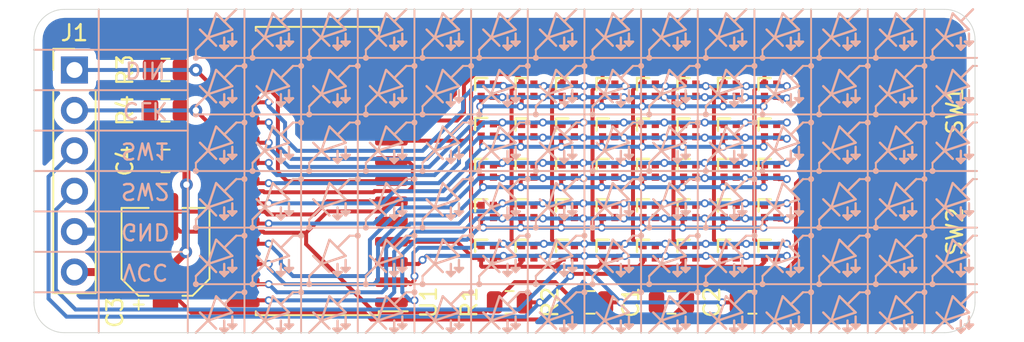
<source format=kicad_pcb>
(kicad_pcb (version 20171130) (host pcbnew 5.1.7-a382d34a8~87~ubuntu18.04.1)
  (layers (0 F.Cu signal) (31 B.Cu signal) (34 B.Paste user) (35 F.Paste user) (36 B.SilkS user) (37 F.SilkS user) (38 B.Mask user) (39 F.Mask user) (44 Edge.Cuts user))
  (net 0 "")
  (net 1 VCC)
  (net 2 BTN1)
  (net 3 BTN2)
  (net 4 SEG1)
  (net 5 GRID1)
  (net 6 GRID2)
  (net 7 GRID3)
  (net 8 GRID6)
  (net 9 GRID5)
  (net 10 GRID4)
  (net 11 GRID7)
  (net 12 GRID8)
  (net 13 GRID9)
  (net 14 GRID12)
  (net 15 GRID11)
  (net 16 GRID10)
  (net 17 GRID13)
  (net 18 GRID14)
  (net 19 GRID15)
  (net 20 SEG2)
  (net 21 SEG3)
  (net 22 SEG4)
  (net 23 SEG5)
  (net 24 SEG6)
  (net 25 SEG7)
  (net 26 SEG8)
  (net 27 DIN)
  (net 28 SCLK)
  (net 29 GND)
  (net 30 "Net-(U1-Pad5)")
  (module "0404_RGB_LED:LED symbol" (layer F.Cu) (at 151.638 65.786 180)
    (fp_text reference REF** hide)
    (fp_text value "LED symbol")
  )
  (module "0404_RGB_LED:LED symbol" (layer F.Cu) (at 151.638 72.898 180)
    (fp_text reference REF** hide)
    (fp_text value "LED symbol")
  )
  (module "0404_RGB_LED:LED symbol" (layer F.Cu) (at 151.638 69.342 180)
    (fp_text reference REF** hide)
    (fp_text value "LED symbol")
  )
  (module "0404_RGB_LED:LED symbol" (layer F.Cu) (at 151.638 62.23 180)
    (fp_text reference REF** hide)
    (fp_text value "LED symbol")
  )
  (module "0404_RGB_LED:LED symbol" (layer F.Cu) (at 151.638 80.01 180)
    (fp_text reference REF** hide)
    (fp_text value "LED symbol")
  )
  (module "0404_RGB_LED:LED symbol" (layer F.Cu) (at 151.638 76.454 180)
    (fp_text reference REF** hide)
    (fp_text value "LED symbol")
  )
  (module "0404_RGB_LED:LED symbol" (layer F.Cu) (at 137.414 80.01 180)
    (fp_text reference REF** hide)
    (fp_text value "LED symbol")
  )
  (module "0404_RGB_LED:LED symbol" (layer F.Cu) (at 133.858 80.01 180)
    (fp_text reference REF** hide)
    (fp_text value "LED symbol")
  )
  (module "0404_RGB_LED:LED symbol" (layer F.Cu) (at 130.302 80.01 180)
    (fp_text reference REF** hide)
    (fp_text value "LED symbol")
  )
  (module "0404_RGB_LED:LED symbol" (layer F.Cu) (at 119.634 80.01 180)
    (fp_text reference REF** hide)
    (fp_text value "LED symbol")
  )
  (module "0404_RGB_LED:LED symbol" (layer F.Cu) (at 105.41 80.01 180)
    (fp_text reference REF** hide)
    (fp_text value "LED symbol")
  )
  (module "0404_RGB_LED:LED symbol" (layer F.Cu) (at 148.082 80.01 180)
    (fp_text reference REF** hide)
    (fp_text value "LED symbol")
  )
  (module "0404_RGB_LED:LED symbol" (layer F.Cu) (at 108.966 80.01 180)
    (fp_text reference REF** hide)
    (fp_text value "LED symbol")
  )
  (module "0404_RGB_LED:LED symbol" (layer F.Cu) (at 123.19 80.01 180)
    (fp_text reference REF** hide)
    (fp_text value "LED symbol")
  )
  (module "0404_RGB_LED:LED symbol" (layer F.Cu) (at 126.746 80.01 180)
    (fp_text reference REF** hide)
    (fp_text value "LED symbol")
  )
  (module "0404_RGB_LED:LED symbol" (layer F.Cu) (at 140.97 80.01 180)
    (fp_text reference REF** hide)
    (fp_text value "LED symbol")
  )
  (module "0404_RGB_LED:LED symbol" (layer F.Cu) (at 112.522 80.01 180)
    (fp_text reference REF** hide)
    (fp_text value "LED symbol")
  )
  (module "0404_RGB_LED:LED symbol" (layer F.Cu) (at 144.526 80.01 180)
    (fp_text reference REF** hide)
    (fp_text value "LED symbol")
  )
  (module "0404_RGB_LED:LED symbol" (layer F.Cu) (at 116.078 80.01 180)
    (fp_text reference REF** hide)
    (fp_text value "LED symbol")
  )
  (module "0404_RGB_LED:LED symbol" (layer F.Cu) (at 137.414 76.454 180)
    (fp_text reference REF** hide)
    (fp_text value "LED symbol")
  )
  (module "0404_RGB_LED:LED symbol" (layer F.Cu) (at 133.858 76.454 180)
    (fp_text reference REF** hide)
    (fp_text value "LED symbol")
  )
  (module "0404_RGB_LED:LED symbol" (layer F.Cu) (at 130.302 76.454 180)
    (fp_text reference REF** hide)
    (fp_text value "LED symbol")
  )
  (module "0404_RGB_LED:LED symbol" (layer F.Cu) (at 119.634 76.454 180)
    (fp_text reference REF** hide)
    (fp_text value "LED symbol")
  )
  (module "0404_RGB_LED:LED symbol" (layer F.Cu) (at 105.41 76.454 180)
    (fp_text reference REF** hide)
    (fp_text value "LED symbol")
  )
  (module "0404_RGB_LED:LED symbol" (layer F.Cu) (at 148.082 76.454 180)
    (fp_text reference REF** hide)
    (fp_text value "LED symbol")
  )
  (module "0404_RGB_LED:LED symbol" (layer F.Cu) (at 108.966 76.454 180)
    (fp_text reference REF** hide)
    (fp_text value "LED symbol")
  )
  (module "0404_RGB_LED:LED symbol" (layer F.Cu) (at 123.19 76.454 180)
    (fp_text reference REF** hide)
    (fp_text value "LED symbol")
  )
  (module "0404_RGB_LED:LED symbol" (layer F.Cu) (at 126.746 76.454 180)
    (fp_text reference REF** hide)
    (fp_text value "LED symbol")
  )
  (module "0404_RGB_LED:LED symbol" (layer F.Cu) (at 140.97 76.454 180)
    (fp_text reference REF** hide)
    (fp_text value "LED symbol")
  )
  (module "0404_RGB_LED:LED symbol" (layer F.Cu) (at 112.522 76.454 180)
    (fp_text reference REF** hide)
    (fp_text value "LED symbol")
  )
  (module "0404_RGB_LED:LED symbol" (layer F.Cu) (at 144.526 76.454 180)
    (fp_text reference REF** hide)
    (fp_text value "LED symbol")
  )
  (module "0404_RGB_LED:LED symbol" (layer F.Cu) (at 116.078 76.454 180)
    (fp_text reference REF** hide)
    (fp_text value "LED symbol")
  )
  (module "0404_RGB_LED:LED symbol" (layer F.Cu) (at 137.414 72.898 180)
    (fp_text reference REF** hide)
    (fp_text value "LED symbol")
  )
  (module "0404_RGB_LED:LED symbol" (layer F.Cu) (at 133.858 72.898 180)
    (fp_text reference REF** hide)
    (fp_text value "LED symbol")
  )
  (module "0404_RGB_LED:LED symbol" (layer F.Cu) (at 130.302 72.898 180)
    (fp_text reference REF** hide)
    (fp_text value "LED symbol")
  )
  (module "0404_RGB_LED:LED symbol" (layer F.Cu) (at 119.634 72.898 180)
    (fp_text reference REF** hide)
    (fp_text value "LED symbol")
  )
  (module "0404_RGB_LED:LED symbol" (layer F.Cu) (at 105.41 72.898 180)
    (fp_text reference REF** hide)
    (fp_text value "LED symbol")
  )
  (module "0404_RGB_LED:LED symbol" (layer F.Cu) (at 148.082 72.898 180)
    (fp_text reference REF** hide)
    (fp_text value "LED symbol")
  )
  (module "0404_RGB_LED:LED symbol" (layer F.Cu) (at 108.966 72.898 180)
    (fp_text reference REF** hide)
    (fp_text value "LED symbol")
  )
  (module "0404_RGB_LED:LED symbol" (layer F.Cu) (at 123.19 72.898 180)
    (fp_text reference REF** hide)
    (fp_text value "LED symbol")
  )
  (module "0404_RGB_LED:LED symbol" (layer F.Cu) (at 126.746 72.898 180)
    (fp_text reference REF** hide)
    (fp_text value "LED symbol")
  )
  (module "0404_RGB_LED:LED symbol" (layer F.Cu) (at 140.97 72.898 180)
    (fp_text reference REF** hide)
    (fp_text value "LED symbol")
  )
  (module "0404_RGB_LED:LED symbol" (layer F.Cu) (at 112.522 72.898 180)
    (fp_text reference REF** hide)
    (fp_text value "LED symbol")
  )
  (module "0404_RGB_LED:LED symbol" (layer F.Cu) (at 144.526 72.898 180)
    (fp_text reference REF** hide)
    (fp_text value "LED symbol")
  )
  (module "0404_RGB_LED:LED symbol" (layer F.Cu) (at 116.078 72.898 180)
    (fp_text reference REF** hide)
    (fp_text value "LED symbol")
  )
  (module "0404_RGB_LED:LED symbol" (layer F.Cu) (at 137.414 69.342 180)
    (fp_text reference REF** hide)
    (fp_text value "LED symbol")
  )
  (module "0404_RGB_LED:LED symbol" (layer F.Cu) (at 133.858 69.342 180)
    (fp_text reference REF** hide)
    (fp_text value "LED symbol")
  )
  (module "0404_RGB_LED:LED symbol" (layer F.Cu) (at 130.302 69.342 180)
    (fp_text reference REF** hide)
    (fp_text value "LED symbol")
  )
  (module "0404_RGB_LED:LED symbol" (layer F.Cu) (at 119.634 69.342 180)
    (fp_text reference REF** hide)
    (fp_text value "LED symbol")
  )
  (module "0404_RGB_LED:LED symbol" (layer F.Cu) (at 105.41 69.342 180)
    (fp_text reference REF** hide)
    (fp_text value "LED symbol")
  )
  (module "0404_RGB_LED:LED symbol" (layer F.Cu) (at 148.082 69.342 180)
    (fp_text reference REF** hide)
    (fp_text value "LED symbol")
  )
  (module "0404_RGB_LED:LED symbol" (layer F.Cu) (at 108.966 69.342 180)
    (fp_text reference REF** hide)
    (fp_text value "LED symbol")
  )
  (module "0404_RGB_LED:LED symbol" (layer F.Cu) (at 123.19 69.342 180)
    (fp_text reference REF** hide)
    (fp_text value "LED symbol")
  )
  (module "0404_RGB_LED:LED symbol" (layer F.Cu) (at 126.746 69.342 180)
    (fp_text reference REF** hide)
    (fp_text value "LED symbol")
  )
  (module "0404_RGB_LED:LED symbol" (layer F.Cu) (at 140.97 69.342 180)
    (fp_text reference REF** hide)
    (fp_text value "LED symbol")
  )
  (module "0404_RGB_LED:LED symbol" (layer F.Cu) (at 112.522 69.342 180)
    (fp_text reference REF** hide)
    (fp_text value "LED symbol")
  )
  (module "0404_RGB_LED:LED symbol" (layer F.Cu) (at 144.526 69.342 180)
    (fp_text reference REF** hide)
    (fp_text value "LED symbol")
  )
  (module "0404_RGB_LED:LED symbol" (layer F.Cu) (at 116.078 69.342 180)
    (fp_text reference REF** hide)
    (fp_text value "LED symbol")
  )
  (module "0404_RGB_LED:LED symbol" (layer F.Cu) (at 137.414 65.786 180)
    (fp_text reference REF** hide)
    (fp_text value "LED symbol")
  )
  (module "0404_RGB_LED:LED symbol" (layer F.Cu) (at 133.858 65.786 180)
    (fp_text reference REF** hide)
    (fp_text value "LED symbol")
  )
  (module "0404_RGB_LED:LED symbol" (layer F.Cu) (at 130.302 65.786 180)
    (fp_text reference REF** hide)
    (fp_text value "LED symbol")
  )
  (module "0404_RGB_LED:LED symbol" (layer F.Cu) (at 119.634 65.786 180)
    (fp_text reference REF** hide)
    (fp_text value "LED symbol")
  )
  (module "0404_RGB_LED:LED symbol" (layer F.Cu) (at 105.41 65.786 180)
    (fp_text reference REF** hide)
    (fp_text value "LED symbol")
  )
  (module "0404_RGB_LED:LED symbol" (layer F.Cu) (at 148.082 65.786 180)
    (fp_text reference REF** hide)
    (fp_text value "LED symbol")
  )
  (module "0404_RGB_LED:LED symbol" (layer F.Cu) (at 108.966 65.786 180)
    (fp_text reference REF** hide)
    (fp_text value "LED symbol")
  )
  (module "0404_RGB_LED:LED symbol" (layer F.Cu) (at 123.19 65.786 180)
    (fp_text reference REF** hide)
    (fp_text value "LED symbol")
  )
  (module "0404_RGB_LED:LED symbol" (layer F.Cu) (at 126.746 65.786 180)
    (fp_text reference REF** hide)
    (fp_text value "LED symbol")
  )
  (module "0404_RGB_LED:LED symbol" (layer F.Cu) (at 140.97 65.786 180)
    (fp_text reference REF** hide)
    (fp_text value "LED symbol")
  )
  (module "0404_RGB_LED:LED symbol" (layer F.Cu) (at 112.522 65.786 180)
    (fp_text reference REF** hide)
    (fp_text value "LED symbol")
  )
  (module "0404_RGB_LED:LED symbol" (layer F.Cu) (at 144.526 65.786 180)
    (fp_text reference REF** hide)
    (fp_text value "LED symbol")
  )
  (module "0404_RGB_LED:LED symbol" (layer F.Cu) (at 116.078 65.786 180)
    (fp_text reference REF** hide)
    (fp_text value "LED symbol")
  )
  (module "0404_RGB_LED:LED symbol" (layer F.Cu) (at 105.41 62.23 180)
    (fp_text reference REF** hide)
    (fp_text value "LED symbol")
  )
  (module "0404_RGB_LED:LED symbol" (layer F.Cu) (at 108.966 62.23 180)
    (fp_text reference REF** hide)
    (fp_text value "LED symbol")
  )
  (module "0404_RGB_LED:LED symbol" (layer F.Cu) (at 112.522 62.23 180)
    (fp_text reference REF** hide)
    (fp_text value "LED symbol")
  )
  (module "0404_RGB_LED:LED symbol" (layer F.Cu) (at 116.078 62.23 180)
    (fp_text reference REF** hide)
    (fp_text value "LED symbol")
  )
  (module "0404_RGB_LED:LED symbol" (layer F.Cu) (at 119.634 62.23 180)
    (fp_text reference REF** hide)
    (fp_text value "LED symbol")
  )
  (module "0404_RGB_LED:LED symbol" (layer F.Cu) (at 123.19 62.23 180)
    (fp_text reference REF** hide)
    (fp_text value "LED symbol")
  )
  (module "0404_RGB_LED:LED symbol" (layer F.Cu) (at 126.746 62.23 180)
    (fp_text reference REF** hide)
    (fp_text value "LED symbol")
  )
  (module "0404_RGB_LED:LED symbol" (layer F.Cu) (at 130.302 62.23 180)
    (fp_text reference REF** hide)
    (fp_text value "LED symbol")
  )
  (module "0404_RGB_LED:LED symbol" (layer F.Cu) (at 133.858 62.23 180)
    (fp_text reference REF** hide)
    (fp_text value "LED symbol")
  )
  (module "0404_RGB_LED:LED symbol" (layer F.Cu) (at 137.414 62.23 180)
    (fp_text reference REF** hide)
    (fp_text value "LED symbol")
  )
  (module "0404_RGB_LED:LED symbol" (layer F.Cu) (at 140.97 62.23 180)
    (fp_text reference REF** hide)
    (fp_text value "LED symbol")
  )
  (module "0404_RGB_LED:LED symbol" (layer F.Cu) (at 148.082 62.23 180)
    (fp_text reference REF** hide)
    (fp_text value "LED symbol")
  )
  (module "0404_RGB_LED:LED symbol" (layer F.Cu) (at 144.526 62.23 180)
    (fp_text reference REF** hide)
    (fp_text value "LED symbol")
  )
  (module Capacitor_SMD:C_0805_2012Metric (layer F.Cu) (at 133.985 79.375)
    (fp_text reference C1 (at -2.54 0 90) (layer F.SilkS))
    (fp_text value 100n)
    (pad 2 smd roundrect (at 0.9375 0) (size 0.975 1.4) (layers F.Cu F.Paste F.Mask) (net 1 VCC))
    (pad 1 smd roundrect (at -0.9375 0) (size 0.975 1.4) (layers F.Cu F.Paste F.Mask) (net 2 BTN1))
  )
  (module Capacitor_SMD:C_0805_2012Metric (layer F.Cu) (at 139.065 79.375)
    (fp_text reference C2 (at -2.54 0 90) (layer F.SilkS))
    (fp_text value 100n)
    (pad 1 smd roundrect (at -0.9375 0) (size 0.975 1.4) (layers F.Cu F.Paste F.Mask) (net 3 BTN2))
    (pad 2 smd roundrect (at 0.9375 0) (size 0.975 1.4) (layers F.Cu F.Paste F.Mask) (net 1 VCC))
  )
  (module 0404_RGB_LED:0404_RGB_LED (layer F.Cu) (at 122.428 66.04)
    (fp_text reference D1)
    (fp_text value LED_ARGB)
    (pad 1 smd rect (at -0.385 -0.385) (size 0.45 0.45) (layers F.Cu F.Paste F.Mask) (net 4 SEG1))
    (pad 2 smd rect (at 0.385 -0.385) (size 0.45 0.45) (layers F.Cu F.Paste F.Mask) (net 5 GRID1))
    (pad 3 smd rect (at 0.385 0.385) (size 0.45 0.45) (layers F.Cu F.Paste F.Mask) (net 6 GRID2))
    (pad 4 smd rect (at -0.385 0.385) (size 0.45 0.45) (layers F.Cu F.Paste F.Mask) (net 7 GRID3))
  )
  (module 0404_RGB_LED:0404_RGB_LED (layer F.Cu) (at 122.428 68.54)
    (fp_text reference D2)
    (fp_text value LED_ARGB)
    (pad 4 smd rect (at -0.385 0.385) (size 0.45 0.45) (layers F.Cu F.Paste F.Mask) (net 8 GRID6))
    (pad 3 smd rect (at 0.385 0.385) (size 0.45 0.45) (layers F.Cu F.Paste F.Mask) (net 9 GRID5))
    (pad 2 smd rect (at 0.385 -0.385) (size 0.45 0.45) (layers F.Cu F.Paste F.Mask) (net 10 GRID4))
    (pad 1 smd rect (at -0.385 -0.385) (size 0.45 0.45) (layers F.Cu F.Paste F.Mask) (net 4 SEG1))
  )
  (module 0404_RGB_LED:0404_RGB_LED (layer F.Cu) (at 122.428 71.12)
    (fp_text reference D3)
    (fp_text value LED_ARGB)
    (pad 1 smd rect (at -0.385 -0.385) (size 0.45 0.45) (layers F.Cu F.Paste F.Mask) (net 4 SEG1))
    (pad 2 smd rect (at 0.385 -0.385) (size 0.45 0.45) (layers F.Cu F.Paste F.Mask) (net 11 GRID7))
    (pad 3 smd rect (at 0.385 0.385) (size 0.45 0.45) (layers F.Cu F.Paste F.Mask) (net 12 GRID8))
    (pad 4 smd rect (at -0.385 0.385) (size 0.45 0.45) (layers F.Cu F.Paste F.Mask) (net 13 GRID9))
  )
  (module 0404_RGB_LED:0404_RGB_LED (layer F.Cu) (at 122.428 73.66)
    (fp_text reference D4)
    (fp_text value LED_ARGB)
    (pad 4 smd rect (at -0.385 0.385) (size 0.45 0.45) (layers F.Cu F.Paste F.Mask) (net 14 GRID12))
    (pad 3 smd rect (at 0.385 0.385) (size 0.45 0.45) (layers F.Cu F.Paste F.Mask) (net 15 GRID11))
    (pad 2 smd rect (at 0.385 -0.385) (size 0.45 0.45) (layers F.Cu F.Paste F.Mask) (net 16 GRID10))
    (pad 1 smd rect (at -0.385 -0.385) (size 0.45 0.45) (layers F.Cu F.Paste F.Mask) (net 4 SEG1))
  )
  (module 0404_RGB_LED:0404_RGB_LED (layer F.Cu) (at 122.428 76.2)
    (fp_text reference D5)
    (fp_text value LED_ARGB)
    (pad 1 smd rect (at -0.385 -0.385) (size 0.45 0.45) (layers F.Cu F.Paste F.Mask) (net 4 SEG1))
    (pad 2 smd rect (at 0.385 -0.385) (size 0.45 0.45) (layers F.Cu F.Paste F.Mask) (net 17 GRID13))
    (pad 3 smd rect (at 0.385 0.385) (size 0.45 0.45) (layers F.Cu F.Paste F.Mask) (net 18 GRID14))
    (pad 4 smd rect (at -0.385 0.385) (size 0.45 0.45) (layers F.Cu F.Paste F.Mask) (net 19 GRID15))
  )
  (module 0404_RGB_LED:0404_RGB_LED (layer F.Cu) (at 124.968 66.04)
    (fp_text reference D6)
    (fp_text value LED_ARGB)
    (pad 4 smd rect (at -0.385 0.385) (size 0.45 0.45) (layers F.Cu F.Paste F.Mask) (net 7 GRID3))
    (pad 3 smd rect (at 0.385 0.385) (size 0.45 0.45) (layers F.Cu F.Paste F.Mask) (net 6 GRID2))
    (pad 2 smd rect (at 0.385 -0.385) (size 0.45 0.45) (layers F.Cu F.Paste F.Mask) (net 5 GRID1))
    (pad 1 smd rect (at -0.385 -0.385) (size 0.45 0.45) (layers F.Cu F.Paste F.Mask) (net 20 SEG2))
  )
  (module 0404_RGB_LED:0404_RGB_LED (layer F.Cu) (at 124.968 68.58)
    (fp_text reference D7)
    (fp_text value LED_ARGB)
    (pad 1 smd rect (at -0.385 -0.385) (size 0.45 0.45) (layers F.Cu F.Paste F.Mask) (net 20 SEG2))
    (pad 2 smd rect (at 0.385 -0.385) (size 0.45 0.45) (layers F.Cu F.Paste F.Mask) (net 10 GRID4))
    (pad 3 smd rect (at 0.385 0.385) (size 0.45 0.45) (layers F.Cu F.Paste F.Mask) (net 9 GRID5))
    (pad 4 smd rect (at -0.385 0.385) (size 0.45 0.45) (layers F.Cu F.Paste F.Mask) (net 8 GRID6))
  )
  (module 0404_RGB_LED:0404_RGB_LED (layer F.Cu) (at 124.968 71.12)
    (fp_text reference D8)
    (fp_text value LED_ARGB)
    (pad 1 smd rect (at -0.385 -0.385) (size 0.45 0.45) (layers F.Cu F.Paste F.Mask) (net 20 SEG2))
    (pad 2 smd rect (at 0.385 -0.385) (size 0.45 0.45) (layers F.Cu F.Paste F.Mask) (net 11 GRID7))
    (pad 3 smd rect (at 0.385 0.385) (size 0.45 0.45) (layers F.Cu F.Paste F.Mask) (net 12 GRID8))
    (pad 4 smd rect (at -0.385 0.385) (size 0.45 0.45) (layers F.Cu F.Paste F.Mask) (net 13 GRID9))
  )
  (module 0404_RGB_LED:0404_RGB_LED (layer F.Cu) (at 124.968 73.66)
    (fp_text reference D9)
    (fp_text value LED_ARGB)
    (pad 4 smd rect (at -0.385 0.385) (size 0.45 0.45) (layers F.Cu F.Paste F.Mask) (net 14 GRID12))
    (pad 3 smd rect (at 0.385 0.385) (size 0.45 0.45) (layers F.Cu F.Paste F.Mask) (net 15 GRID11))
    (pad 2 smd rect (at 0.385 -0.385) (size 0.45 0.45) (layers F.Cu F.Paste F.Mask) (net 16 GRID10))
    (pad 1 smd rect (at -0.385 -0.385) (size 0.45 0.45) (layers F.Cu F.Paste F.Mask) (net 20 SEG2))
  )
  (module 0404_RGB_LED:0404_RGB_LED (layer F.Cu) (at 124.968 76.2)
    (fp_text reference D10)
    (fp_text value LED_ARGB)
    (pad 4 smd rect (at -0.385 0.385) (size 0.45 0.45) (layers F.Cu F.Paste F.Mask) (net 19 GRID15))
    (pad 3 smd rect (at 0.385 0.385) (size 0.45 0.45) (layers F.Cu F.Paste F.Mask) (net 18 GRID14))
    (pad 2 smd rect (at 0.385 -0.385) (size 0.45 0.45) (layers F.Cu F.Paste F.Mask) (net 17 GRID13))
    (pad 1 smd rect (at -0.385 -0.385) (size 0.45 0.45) (layers F.Cu F.Paste F.Mask) (net 20 SEG2))
  )
  (module 0404_RGB_LED:0404_RGB_LED (layer F.Cu) (at 127.508 66.04)
    (fp_text reference D11)
    (fp_text value LED_ARGB)
    (pad 4 smd rect (at -0.385 0.385) (size 0.45 0.45) (layers F.Cu F.Paste F.Mask) (net 7 GRID3))
    (pad 3 smd rect (at 0.385 0.385) (size 0.45 0.45) (layers F.Cu F.Paste F.Mask) (net 6 GRID2))
    (pad 2 smd rect (at 0.385 -0.385) (size 0.45 0.45) (layers F.Cu F.Paste F.Mask) (net 5 GRID1))
    (pad 1 smd rect (at -0.385 -0.385) (size 0.45 0.45) (layers F.Cu F.Paste F.Mask) (net 21 SEG3))
  )
  (module 0404_RGB_LED:0404_RGB_LED (layer F.Cu) (at 127.508 68.58)
    (fp_text reference D12)
    (fp_text value LED_ARGB)
    (pad 1 smd rect (at -0.385 -0.385) (size 0.45 0.45) (layers F.Cu F.Paste F.Mask) (net 21 SEG3))
    (pad 2 smd rect (at 0.385 -0.385) (size 0.45 0.45) (layers F.Cu F.Paste F.Mask) (net 10 GRID4))
    (pad 3 smd rect (at 0.385 0.385) (size 0.45 0.45) (layers F.Cu F.Paste F.Mask) (net 9 GRID5))
    (pad 4 smd rect (at -0.385 0.385) (size 0.45 0.45) (layers F.Cu F.Paste F.Mask) (net 8 GRID6))
  )
  (module 0404_RGB_LED:0404_RGB_LED (layer F.Cu) (at 127.508 71.12)
    (fp_text reference D13)
    (fp_text value LED_ARGB)
    (pad 4 smd rect (at -0.385 0.385) (size 0.45 0.45) (layers F.Cu F.Paste F.Mask) (net 13 GRID9))
    (pad 3 smd rect (at 0.385 0.385) (size 0.45 0.45) (layers F.Cu F.Paste F.Mask) (net 12 GRID8))
    (pad 2 smd rect (at 0.385 -0.385) (size 0.45 0.45) (layers F.Cu F.Paste F.Mask) (net 11 GRID7))
    (pad 1 smd rect (at -0.385 -0.385) (size 0.45 0.45) (layers F.Cu F.Paste F.Mask) (net 21 SEG3))
  )
  (module 0404_RGB_LED:0404_RGB_LED (layer F.Cu) (at 127.508 73.66)
    (fp_text reference D14)
    (fp_text value LED_ARGB)
    (pad 1 smd rect (at -0.385 -0.385) (size 0.45 0.45) (layers F.Cu F.Paste F.Mask) (net 21 SEG3))
    (pad 2 smd rect (at 0.385 -0.385) (size 0.45 0.45) (layers F.Cu F.Paste F.Mask) (net 16 GRID10))
    (pad 3 smd rect (at 0.385 0.385) (size 0.45 0.45) (layers F.Cu F.Paste F.Mask) (net 15 GRID11))
    (pad 4 smd rect (at -0.385 0.385) (size 0.45 0.45) (layers F.Cu F.Paste F.Mask) (net 14 GRID12))
  )
  (module 0404_RGB_LED:0404_RGB_LED (layer F.Cu) (at 127.508 76.2)
    (fp_text reference D15)
    (fp_text value LED_ARGB)
    (pad 1 smd rect (at -0.385 -0.385) (size 0.45 0.45) (layers F.Cu F.Paste F.Mask) (net 21 SEG3))
    (pad 2 smd rect (at 0.385 -0.385) (size 0.45 0.45) (layers F.Cu F.Paste F.Mask) (net 17 GRID13))
    (pad 3 smd rect (at 0.385 0.385) (size 0.45 0.45) (layers F.Cu F.Paste F.Mask) (net 18 GRID14))
    (pad 4 smd rect (at -0.385 0.385) (size 0.45 0.45) (layers F.Cu F.Paste F.Mask) (net 19 GRID15))
  )
  (module 0404_RGB_LED:0404_RGB_LED (layer F.Cu) (at 130.048 66.04)
    (fp_text reference D16)
    (fp_text value LED_ARGB)
    (pad 4 smd rect (at -0.385 0.385) (size 0.45 0.45) (layers F.Cu F.Paste F.Mask) (net 7 GRID3))
    (pad 3 smd rect (at 0.385 0.385) (size 0.45 0.45) (layers F.Cu F.Paste F.Mask) (net 6 GRID2))
    (pad 2 smd rect (at 0.385 -0.385) (size 0.45 0.45) (layers F.Cu F.Paste F.Mask) (net 5 GRID1))
    (pad 1 smd rect (at -0.385 -0.385) (size 0.45 0.45) (layers F.Cu F.Paste F.Mask) (net 22 SEG4))
  )
  (module 0404_RGB_LED:0404_RGB_LED (layer F.Cu) (at 130.048 68.58)
    (fp_text reference D17)
    (fp_text value LED_ARGB)
    (pad 1 smd rect (at -0.385 -0.385) (size 0.45 0.45) (layers F.Cu F.Paste F.Mask) (net 22 SEG4))
    (pad 2 smd rect (at 0.385 -0.385) (size 0.45 0.45) (layers F.Cu F.Paste F.Mask) (net 10 GRID4))
    (pad 3 smd rect (at 0.385 0.385) (size 0.45 0.45) (layers F.Cu F.Paste F.Mask) (net 9 GRID5))
    (pad 4 smd rect (at -0.385 0.385) (size 0.45 0.45) (layers F.Cu F.Paste F.Mask) (net 8 GRID6))
  )
  (module 0404_RGB_LED:0404_RGB_LED (layer F.Cu) (at 130.048 71.12)
    (fp_text reference D18)
    (fp_text value LED_ARGB)
    (pad 4 smd rect (at -0.385 0.385) (size 0.45 0.45) (layers F.Cu F.Paste F.Mask) (net 13 GRID9))
    (pad 3 smd rect (at 0.385 0.385) (size 0.45 0.45) (layers F.Cu F.Paste F.Mask) (net 12 GRID8))
    (pad 2 smd rect (at 0.385 -0.385) (size 0.45 0.45) (layers F.Cu F.Paste F.Mask) (net 11 GRID7))
    (pad 1 smd rect (at -0.385 -0.385) (size 0.45 0.45) (layers F.Cu F.Paste F.Mask) (net 22 SEG4))
  )
  (module 0404_RGB_LED:0404_RGB_LED (layer F.Cu) (at 130.048 73.66)
    (fp_text reference D19)
    (fp_text value LED_ARGB)
    (pad 1 smd rect (at -0.385 -0.385) (size 0.45 0.45) (layers F.Cu F.Paste F.Mask) (net 22 SEG4))
    (pad 2 smd rect (at 0.385 -0.385) (size 0.45 0.45) (layers F.Cu F.Paste F.Mask) (net 16 GRID10))
    (pad 3 smd rect (at 0.385 0.385) (size 0.45 0.45) (layers F.Cu F.Paste F.Mask) (net 15 GRID11))
    (pad 4 smd rect (at -0.385 0.385) (size 0.45 0.45) (layers F.Cu F.Paste F.Mask) (net 14 GRID12))
  )
  (module 0404_RGB_LED:0404_RGB_LED (layer F.Cu) (at 130.048 76.2)
    (fp_text reference D20)
    (fp_text value LED_ARGB)
    (pad 4 smd rect (at -0.385 0.385) (size 0.45 0.45) (layers F.Cu F.Paste F.Mask) (net 19 GRID15))
    (pad 3 smd rect (at 0.385 0.385) (size 0.45 0.45) (layers F.Cu F.Paste F.Mask) (net 18 GRID14))
    (pad 2 smd rect (at 0.385 -0.385) (size 0.45 0.45) (layers F.Cu F.Paste F.Mask) (net 17 GRID13))
    (pad 1 smd rect (at -0.385 -0.385) (size 0.45 0.45) (layers F.Cu F.Paste F.Mask) (net 22 SEG4))
  )
  (module 0404_RGB_LED:0404_RGB_LED (layer F.Cu) (at 132.588 66.04)
    (fp_text reference D21)
    (fp_text value LED_ARGB)
    (pad 4 smd rect (at -0.385 0.385) (size 0.45 0.45) (layers F.Cu F.Paste F.Mask) (net 7 GRID3))
    (pad 3 smd rect (at 0.385 0.385) (size 0.45 0.45) (layers F.Cu F.Paste F.Mask) (net 6 GRID2))
    (pad 2 smd rect (at 0.385 -0.385) (size 0.45 0.45) (layers F.Cu F.Paste F.Mask) (net 5 GRID1))
    (pad 1 smd rect (at -0.385 -0.385) (size 0.45 0.45) (layers F.Cu F.Paste F.Mask) (net 23 SEG5))
  )
  (module 0404_RGB_LED:0404_RGB_LED (layer F.Cu) (at 132.588 68.58)
    (fp_text reference D22)
    (fp_text value LED_ARGB)
    (pad 4 smd rect (at -0.385 0.385) (size 0.45 0.45) (layers F.Cu F.Paste F.Mask) (net 8 GRID6))
    (pad 3 smd rect (at 0.385 0.385) (size 0.45 0.45) (layers F.Cu F.Paste F.Mask) (net 9 GRID5))
    (pad 2 smd rect (at 0.385 -0.385) (size 0.45 0.45) (layers F.Cu F.Paste F.Mask) (net 10 GRID4))
    (pad 1 smd rect (at -0.385 -0.385) (size 0.45 0.45) (layers F.Cu F.Paste F.Mask) (net 23 SEG5))
  )
  (module 0404_RGB_LED:0404_RGB_LED (layer F.Cu) (at 132.588 71.12)
    (fp_text reference D23)
    (fp_text value LED_ARGB)
    (pad 4 smd rect (at -0.385 0.385) (size 0.45 0.45) (layers F.Cu F.Paste F.Mask) (net 13 GRID9))
    (pad 3 smd rect (at 0.385 0.385) (size 0.45 0.45) (layers F.Cu F.Paste F.Mask) (net 12 GRID8))
    (pad 2 smd rect (at 0.385 -0.385) (size 0.45 0.45) (layers F.Cu F.Paste F.Mask) (net 11 GRID7))
    (pad 1 smd rect (at -0.385 -0.385) (size 0.45 0.45) (layers F.Cu F.Paste F.Mask) (net 23 SEG5))
  )
  (module 0404_RGB_LED:0404_RGB_LED (layer F.Cu) (at 132.588 73.66)
    (fp_text reference D24)
    (fp_text value LED_ARGB)
    (pad 1 smd rect (at -0.385 -0.385) (size 0.45 0.45) (layers F.Cu F.Paste F.Mask) (net 23 SEG5))
    (pad 2 smd rect (at 0.385 -0.385) (size 0.45 0.45) (layers F.Cu F.Paste F.Mask) (net 16 GRID10))
    (pad 3 smd rect (at 0.385 0.385) (size 0.45 0.45) (layers F.Cu F.Paste F.Mask) (net 15 GRID11))
    (pad 4 smd rect (at -0.385 0.385) (size 0.45 0.45) (layers F.Cu F.Paste F.Mask) (net 14 GRID12))
  )
  (module 0404_RGB_LED:0404_RGB_LED (layer F.Cu) (at 132.588 76.2)
    (fp_text reference D25)
    (fp_text value LED_ARGB)
    (pad 1 smd rect (at -0.385 -0.385) (size 0.45 0.45) (layers F.Cu F.Paste F.Mask) (net 23 SEG5))
    (pad 2 smd rect (at 0.385 -0.385) (size 0.45 0.45) (layers F.Cu F.Paste F.Mask) (net 17 GRID13))
    (pad 3 smd rect (at 0.385 0.385) (size 0.45 0.45) (layers F.Cu F.Paste F.Mask) (net 18 GRID14))
    (pad 4 smd rect (at -0.385 0.385) (size 0.45 0.45) (layers F.Cu F.Paste F.Mask) (net 19 GRID15))
  )
  (module 0404_RGB_LED:0404_RGB_LED (layer F.Cu) (at 135.128 66.04)
    (fp_text reference D26)
    (fp_text value LED_ARGB)
    (pad 4 smd rect (at -0.385 0.385) (size 0.45 0.45) (layers F.Cu F.Paste F.Mask) (net 7 GRID3))
    (pad 3 smd rect (at 0.385 0.385) (size 0.45 0.45) (layers F.Cu F.Paste F.Mask) (net 6 GRID2))
    (pad 2 smd rect (at 0.385 -0.385) (size 0.45 0.45) (layers F.Cu F.Paste F.Mask) (net 5 GRID1))
    (pad 1 smd rect (at -0.385 -0.385) (size 0.45 0.45) (layers F.Cu F.Paste F.Mask) (net 24 SEG6))
  )
  (module 0404_RGB_LED:0404_RGB_LED (layer F.Cu) (at 135.128 68.58)
    (fp_text reference D27)
    (fp_text value LED_ARGB)
    (pad 1 smd rect (at -0.385 -0.385) (size 0.45 0.45) (layers F.Cu F.Paste F.Mask) (net 24 SEG6))
    (pad 2 smd rect (at 0.385 -0.385) (size 0.45 0.45) (layers F.Cu F.Paste F.Mask) (net 10 GRID4))
    (pad 3 smd rect (at 0.385 0.385) (size 0.45 0.45) (layers F.Cu F.Paste F.Mask) (net 9 GRID5))
    (pad 4 smd rect (at -0.385 0.385) (size 0.45 0.45) (layers F.Cu F.Paste F.Mask) (net 8 GRID6))
  )
  (module 0404_RGB_LED:0404_RGB_LED (layer F.Cu) (at 135.128 71.12)
    (fp_text reference D28)
    (fp_text value LED_ARGB)
    (pad 4 smd rect (at -0.385 0.385) (size 0.45 0.45) (layers F.Cu F.Paste F.Mask) (net 13 GRID9))
    (pad 3 smd rect (at 0.385 0.385) (size 0.45 0.45) (layers F.Cu F.Paste F.Mask) (net 12 GRID8))
    (pad 2 smd rect (at 0.385 -0.385) (size 0.45 0.45) (layers F.Cu F.Paste F.Mask) (net 11 GRID7))
    (pad 1 smd rect (at -0.385 -0.385) (size 0.45 0.45) (layers F.Cu F.Paste F.Mask) (net 24 SEG6))
  )
  (module 0404_RGB_LED:0404_RGB_LED (layer F.Cu) (at 135.128 73.66)
    (fp_text reference D29)
    (fp_text value LED_ARGB)
    (pad 1 smd rect (at -0.385 -0.385) (size 0.45 0.45) (layers F.Cu F.Paste F.Mask) (net 24 SEG6))
    (pad 2 smd rect (at 0.385 -0.385) (size 0.45 0.45) (layers F.Cu F.Paste F.Mask) (net 16 GRID10))
    (pad 3 smd rect (at 0.385 0.385) (size 0.45 0.45) (layers F.Cu F.Paste F.Mask) (net 15 GRID11))
    (pad 4 smd rect (at -0.385 0.385) (size 0.45 0.45) (layers F.Cu F.Paste F.Mask) (net 14 GRID12))
  )
  (module 0404_RGB_LED:0404_RGB_LED (layer F.Cu) (at 135.128 76.2)
    (fp_text reference D30)
    (fp_text value LED_ARGB)
    (pad 4 smd rect (at -0.385 0.385) (size 0.45 0.45) (layers F.Cu F.Paste F.Mask) (net 19 GRID15))
    (pad 3 smd rect (at 0.385 0.385) (size 0.45 0.45) (layers F.Cu F.Paste F.Mask) (net 18 GRID14))
    (pad 2 smd rect (at 0.385 -0.385) (size 0.45 0.45) (layers F.Cu F.Paste F.Mask) (net 17 GRID13))
    (pad 1 smd rect (at -0.385 -0.385) (size 0.45 0.45) (layers F.Cu F.Paste F.Mask) (net 24 SEG6))
  )
  (module 0404_RGB_LED:0404_RGB_LED (layer F.Cu) (at 137.668 66.04)
    (fp_text reference D31)
    (fp_text value LED_ARGB)
    (pad 4 smd rect (at -0.385 0.385) (size 0.45 0.45) (layers F.Cu F.Paste F.Mask) (net 7 GRID3))
    (pad 3 smd rect (at 0.385 0.385) (size 0.45 0.45) (layers F.Cu F.Paste F.Mask) (net 6 GRID2))
    (pad 2 smd rect (at 0.385 -0.385) (size 0.45 0.45) (layers F.Cu F.Paste F.Mask) (net 5 GRID1))
    (pad 1 smd rect (at -0.385 -0.385) (size 0.45 0.45) (layers F.Cu F.Paste F.Mask) (net 25 SEG7))
  )
  (module 0404_RGB_LED:0404_RGB_LED (layer F.Cu) (at 137.668 68.58)
    (fp_text reference D32)
    (fp_text value LED_ARGB)
    (pad 1 smd rect (at -0.385 -0.385) (size 0.45 0.45) (layers F.Cu F.Paste F.Mask) (net 25 SEG7))
    (pad 2 smd rect (at 0.385 -0.385) (size 0.45 0.45) (layers F.Cu F.Paste F.Mask) (net 10 GRID4))
    (pad 3 smd rect (at 0.385 0.385) (size 0.45 0.45) (layers F.Cu F.Paste F.Mask) (net 9 GRID5))
    (pad 4 smd rect (at -0.385 0.385) (size 0.45 0.45) (layers F.Cu F.Paste F.Mask) (net 8 GRID6))
  )
  (module 0404_RGB_LED:0404_RGB_LED (layer F.Cu) (at 137.668 71.12)
    (fp_text reference D33)
    (fp_text value LED_ARGB)
    (pad 4 smd rect (at -0.385 0.385) (size 0.45 0.45) (layers F.Cu F.Paste F.Mask) (net 13 GRID9))
    (pad 3 smd rect (at 0.385 0.385) (size 0.45 0.45) (layers F.Cu F.Paste F.Mask) (net 12 GRID8))
    (pad 2 smd rect (at 0.385 -0.385) (size 0.45 0.45) (layers F.Cu F.Paste F.Mask) (net 11 GRID7))
    (pad 1 smd rect (at -0.385 -0.385) (size 0.45 0.45) (layers F.Cu F.Paste F.Mask) (net 25 SEG7))
  )
  (module 0404_RGB_LED:0404_RGB_LED (layer F.Cu) (at 137.668 73.66)
    (fp_text reference D34)
    (fp_text value LED_ARGB)
    (pad 1 smd rect (at -0.385 -0.385) (size 0.45 0.45) (layers F.Cu F.Paste F.Mask) (net 25 SEG7))
    (pad 2 smd rect (at 0.385 -0.385) (size 0.45 0.45) (layers F.Cu F.Paste F.Mask) (net 16 GRID10))
    (pad 3 smd rect (at 0.385 0.385) (size 0.45 0.45) (layers F.Cu F.Paste F.Mask) (net 15 GRID11))
    (pad 4 smd rect (at -0.385 0.385) (size 0.45 0.45) (layers F.Cu F.Paste F.Mask) (net 14 GRID12))
  )
  (module 0404_RGB_LED:0404_RGB_LED (layer F.Cu) (at 137.668 76.2)
    (fp_text reference D35)
    (fp_text value LED_ARGB)
    (pad 1 smd rect (at -0.385 -0.385) (size 0.45 0.45) (layers F.Cu F.Paste F.Mask) (net 25 SEG7))
    (pad 2 smd rect (at 0.385 -0.385) (size 0.45 0.45) (layers F.Cu F.Paste F.Mask) (net 17 GRID13))
    (pad 3 smd rect (at 0.385 0.385) (size 0.45 0.45) (layers F.Cu F.Paste F.Mask) (net 18 GRID14))
    (pad 4 smd rect (at -0.385 0.385) (size 0.45 0.45) (layers F.Cu F.Paste F.Mask) (net 19 GRID15))
  )
  (module 0404_RGB_LED:0404_RGB_LED (layer F.Cu) (at 140.208 66.04)
    (fp_text reference D36)
    (fp_text value LED_ARGB)
    (pad 1 smd rect (at -0.385 -0.385) (size 0.45 0.45) (layers F.Cu F.Paste F.Mask) (net 26 SEG8))
    (pad 2 smd rect (at 0.385 -0.385) (size 0.45 0.45) (layers F.Cu F.Paste F.Mask) (net 5 GRID1))
    (pad 3 smd rect (at 0.385 0.385) (size 0.45 0.45) (layers F.Cu F.Paste F.Mask) (net 6 GRID2))
    (pad 4 smd rect (at -0.385 0.385) (size 0.45 0.45) (layers F.Cu F.Paste F.Mask) (net 7 GRID3))
  )
  (module 0404_RGB_LED:0404_RGB_LED (layer F.Cu) (at 140.208 68.58)
    (fp_text reference D37)
    (fp_text value LED_ARGB)
    (pad 1 smd rect (at -0.385 -0.385) (size 0.45 0.45) (layers F.Cu F.Paste F.Mask) (net 26 SEG8))
    (pad 2 smd rect (at 0.385 -0.385) (size 0.45 0.45) (layers F.Cu F.Paste F.Mask) (net 10 GRID4))
    (pad 3 smd rect (at 0.385 0.385) (size 0.45 0.45) (layers F.Cu F.Paste F.Mask) (net 9 GRID5))
    (pad 4 smd rect (at -0.385 0.385) (size 0.45 0.45) (layers F.Cu F.Paste F.Mask) (net 8 GRID6))
  )
  (module 0404_RGB_LED:0404_RGB_LED (layer F.Cu) (at 140.208 71.12)
    (fp_text reference D38)
    (fp_text value LED_ARGB)
    (pad 4 smd rect (at -0.385 0.385) (size 0.45 0.45) (layers F.Cu F.Paste F.Mask) (net 13 GRID9))
    (pad 3 smd rect (at 0.385 0.385) (size 0.45 0.45) (layers F.Cu F.Paste F.Mask) (net 12 GRID8))
    (pad 2 smd rect (at 0.385 -0.385) (size 0.45 0.45) (layers F.Cu F.Paste F.Mask) (net 11 GRID7))
    (pad 1 smd rect (at -0.385 -0.385) (size 0.45 0.45) (layers F.Cu F.Paste F.Mask) (net 26 SEG8))
  )
  (module 0404_RGB_LED:0404_RGB_LED (layer F.Cu) (at 140.208 73.66)
    (fp_text reference D39)
    (fp_text value LED_ARGB)
    (pad 1 smd rect (at -0.385 -0.385) (size 0.45 0.45) (layers F.Cu F.Paste F.Mask) (net 26 SEG8))
    (pad 2 smd rect (at 0.385 -0.385) (size 0.45 0.45) (layers F.Cu F.Paste F.Mask) (net 16 GRID10))
    (pad 3 smd rect (at 0.385 0.385) (size 0.45 0.45) (layers F.Cu F.Paste F.Mask) (net 15 GRID11))
    (pad 4 smd rect (at -0.385 0.385) (size 0.45 0.45) (layers F.Cu F.Paste F.Mask) (net 14 GRID12))
  )
  (module 0404_RGB_LED:0404_RGB_LED (layer F.Cu) (at 140.208 76.2)
    (fp_text reference D40)
    (fp_text value LED_ARGB)
    (pad 4 smd rect (at -0.385 0.385) (size 0.45 0.45) (layers F.Cu F.Paste F.Mask) (net 19 GRID15))
    (pad 3 smd rect (at 0.385 0.385) (size 0.45 0.45) (layers F.Cu F.Paste F.Mask) (net 18 GRID14))
    (pad 2 smd rect (at 0.385 -0.385) (size 0.45 0.45) (layers F.Cu F.Paste F.Mask) (net 17 GRID13))
    (pad 1 smd rect (at -0.385 -0.385) (size 0.45 0.45) (layers F.Cu F.Paste F.Mask) (net 26 SEG8))
  )
  (module Connector_PinHeader_2.54mm:PinHeader_1x06_P2.54mm_Vertical (layer F.Cu) (at 96.52 64.77)
    (fp_text reference J1 (at 0 -2.33) (layer F.SilkS))
    (fp_text value Conn_01x06)
    (pad 1 thru_hole rect (at 0 0) (size 1.7 1.7) (drill 1) (layers *.Cu *.Mask) (net 27 DIN))
    (pad 2 thru_hole oval (at 0 2.54) (size 1.7 1.7) (drill 1) (layers *.Cu *.Mask) (net 28 SCLK))
    (pad 3 thru_hole oval (at 0 5.08) (size 1.7 1.7) (drill 1) (layers *.Cu *.Mask) (net 2 BTN1))
    (pad 4 thru_hole oval (at 0 7.62) (size 1.7 1.7) (drill 1) (layers *.Cu *.Mask) (net 3 BTN2))
    (pad 5 thru_hole oval (at 0 10.16) (size 1.7 1.7) (drill 1) (layers *.Cu *.Mask) (net 29 GND))
    (pad 6 thru_hole oval (at 0 12.7) (size 1.7 1.7) (drill 1) (layers *.Cu *.Mask) (net 1 VCC))
  )
  (module Resistor_SMD:R_0805_2012Metric (layer F.Cu) (at 123.825 79.375)
    (fp_text reference R1 (at -2.54 0 90) (layer F.SilkS))
    (fp_text value 10k)
    (pad 2 smd roundrect (at 0.9375 0) (size 0.975 1.4) (layers F.Cu F.Paste F.Mask) (net 2 BTN1))
    (pad 1 smd roundrect (at -0.9375 0) (size 0.975 1.4) (layers F.Cu F.Paste F.Mask) (net 29 GND))
  )
  (module Resistor_SMD:R_0805_2012Metric (layer F.Cu) (at 128.905 79.375)
    (fp_text reference R2 (at -2.54 0 90) (layer F.SilkS))
    (fp_text value 10k)
    (pad 2 smd roundrect (at 0.9375 0) (size 0.975 1.4) (layers F.Cu F.Paste F.Mask) (net 3 BTN2))
    (pad 1 smd roundrect (at -0.9375 0) (size 0.975 1.4) (layers F.Cu F.Paste F.Mask) (net 29 GND))
  )
  (module Resistor_SMD:R_0805_2012Metric (layer F.Cu) (at 102.235 64.77)
    (fp_text reference R3 (at -2.54 0 90) (layer F.SilkS))
    (fp_text value 10k)
    (pad 1 smd roundrect (at -0.9375 0) (size 0.975 1.4) (layers F.Cu F.Paste F.Mask) (net 1 VCC))
    (pad 2 smd roundrect (at 0.9375 0) (size 0.975 1.4) (layers F.Cu F.Paste F.Mask) (net 27 DIN))
  )
  (module Resistor_SMD:R_0805_2012Metric (layer F.Cu) (at 102.235 67.31)
    (fp_text reference R4 (at -2.54 0 90) (layer F.SilkS))
    (fp_text value 10k)
    (pad 1 smd roundrect (at -0.9375 0) (size 0.975 1.4) (layers F.Cu F.Paste F.Mask) (net 1 VCC))
    (pad 2 smd roundrect (at 0.9375 0) (size 0.975 1.4) (layers F.Cu F.Paste F.Mask) (net 28 SCLK))
  )
  (module switch:SW (layer F.Cu) (at 146.685 67.31)
    (fp_text reference SW1 (at 5.08 0 90) (layer F.SilkS))
    (fp_text value SW_Push)
    (pad 1 smd roundrect (at -3 -1.5) (size 2 1) (layers F.Cu F.Paste F.Mask) (net 1 VCC))
    (pad 2 smd roundrect (at -3 1.5) (size 2 1) (layers F.Cu F.Paste F.Mask) (net 2 BTN1))
    (pad 1 smd roundrect (at 3 -1.5) (size 2 1) (layers F.Cu F.Paste F.Mask) (net 1 VCC))
    (pad 2 smd roundrect (at 3 1.5) (size 2 1) (layers F.Cu F.Paste F.Mask) (net 2 BTN1))
  )
  (module switch:SW (layer F.Cu) (at 146.685 74.93)
    (fp_text reference SW2 (at 5.08 0 90) (layer F.SilkS))
    (fp_text value SW_Push)
    (pad 2 smd roundrect (at 3 1.5) (size 2 1) (layers F.Cu F.Paste F.Mask) (net 3 BTN2))
    (pad 1 smd roundrect (at 3 -1.5) (size 2 1) (layers F.Cu F.Paste F.Mask) (net 1 VCC))
    (pad 2 smd roundrect (at -3 1.5) (size 2 1) (layers F.Cu F.Paste F.Mask) (net 3 BTN2))
    (pad 1 smd roundrect (at -3 -1.5) (size 2 1) (layers F.Cu F.Paste F.Mask) (net 1 VCC))
  )
  (module Package_SO:SOIC-28W_7.5x17.9mm_P1.27mm (layer F.Cu) (at 111.76 71.12 180)
    (fp_text reference U1 (at -6.985 -8.255 90) (layer F.SilkS))
    (fp_text value GM1640)
    (pad 1 smd roundrect (at -4.65 -8.255 180) (size 2.05 0.6) (layers F.Cu F.Paste F.Mask) (net 14 GRID12))
    (pad 2 smd roundrect (at -4.65 -6.985 180) (size 2.05 0.6) (layers F.Cu F.Paste F.Mask) (net 17 GRID13))
    (pad 3 smd roundrect (at -4.65 -5.715 180) (size 2.05 0.6) (layers F.Cu F.Paste F.Mask) (net 18 GRID14))
    (pad 4 smd roundrect (at -4.65 -4.445 180) (size 2.05 0.6) (layers F.Cu F.Paste F.Mask) (net 19 GRID15))
    (pad 5 smd roundrect (at -4.65 -3.175 180) (size 2.05 0.6) (layers F.Cu F.Paste F.Mask) (net 30 "Net-(U1-Pad5)"))
    (pad 6 smd roundrect (at -4.65 -1.905 180) (size 2.05 0.6) (layers F.Cu F.Paste F.Mask) (net 29 GND))
    (pad 7 smd roundrect (at -4.65 -0.635 180) (size 2.05 0.6) (layers F.Cu F.Paste F.Mask) (net 27 DIN))
    (pad 8 smd roundrect (at -4.65 0.635 180) (size 2.05 0.6) (layers F.Cu F.Paste F.Mask) (net 28 SCLK))
    (pad 9 smd roundrect (at -4.65 1.905 180) (size 2.05 0.6) (layers F.Cu F.Paste F.Mask) (net 4 SEG1))
    (pad 10 smd roundrect (at -4.65 3.175 180) (size 2.05 0.6) (layers F.Cu F.Paste F.Mask) (net 20 SEG2))
    (pad 11 smd roundrect (at -4.65 4.445 180) (size 2.05 0.6) (layers F.Cu F.Paste F.Mask) (net 21 SEG3))
    (pad 12 smd roundrect (at -4.65 5.715 180) (size 2.05 0.6) (layers F.Cu F.Paste F.Mask) (net 22 SEG4))
    (pad 13 smd roundrect (at -4.65 6.985 180) (size 2.05 0.6) (layers F.Cu F.Paste F.Mask) (net 23 SEG5))
    (pad 14 smd roundrect (at -4.65 8.255 180) (size 2.05 0.6) (layers F.Cu F.Paste F.Mask) (net 24 SEG6))
    (pad 15 smd roundrect (at 4.65 8.255 180) (size 2.05 0.6) (layers F.Cu F.Paste F.Mask) (net 25 SEG7))
    (pad 16 smd roundrect (at 4.65 6.985 180) (size 2.05 0.6) (layers F.Cu F.Paste F.Mask) (net 26 SEG8))
    (pad 17 smd roundrect (at 4.65 5.715 180) (size 2.05 0.6) (layers F.Cu F.Paste F.Mask) (net 1 VCC))
    (pad 18 smd roundrect (at 4.65 4.445 180) (size 2.05 0.6) (layers F.Cu F.Paste F.Mask) (net 5 GRID1))
    (pad 19 smd roundrect (at 4.65 3.175 180) (size 2.05 0.6) (layers F.Cu F.Paste F.Mask) (net 6 GRID2))
    (pad 20 smd roundrect (at 4.65 1.905 180) (size 2.05 0.6) (layers F.Cu F.Paste F.Mask) (net 7 GRID3))
    (pad 21 smd roundrect (at 4.65 0.635 180) (size 2.05 0.6) (layers F.Cu F.Paste F.Mask) (net 10 GRID4))
    (pad 22 smd roundrect (at 4.65 -0.635 180) (size 2.05 0.6) (layers F.Cu F.Paste F.Mask) (net 9 GRID5))
    (pad 23 smd roundrect (at 4.65 -1.905 180) (size 2.05 0.6) (layers F.Cu F.Paste F.Mask) (net 8 GRID6))
    (pad 24 smd roundrect (at 4.65 -3.175 180) (size 2.05 0.6) (layers F.Cu F.Paste F.Mask) (net 11 GRID7))
    (pad 25 smd roundrect (at 4.65 -4.445 180) (size 2.05 0.6) (layers F.Cu F.Paste F.Mask) (net 12 GRID8))
    (pad 26 smd roundrect (at 4.65 -5.715 180) (size 2.05 0.6) (layers F.Cu F.Paste F.Mask) (net 13 GRID9))
    (pad 27 smd roundrect (at 4.65 -6.985 180) (size 2.05 0.6) (layers F.Cu F.Paste F.Mask) (net 16 GRID10))
    (pad 28 smd roundrect (at 4.65 -8.255 180) (size 2.05 0.6) (layers F.Cu F.Paste F.Mask) (net 15 GRID11))
  )
  (module Capacitor_SMD:CP_Elec_5x5.4 (layer F.Cu) (at 102.235 76.2 90)
    (fp_text reference C3 (at -3.81 -3.175 90) (layer F.SilkS))
    (fp_text value 100uf)
    (pad 1 smd roundrect (at -2.2 0 90) (size 3 1.6) (layers F.Cu F.Paste F.Mask) (roundrect_rratio 0.15625) (net 1 VCC))
    (pad 2 smd roundrect (at 2.2 0 90) (size 3 1.6) (layers F.Cu F.Paste F.Mask) (roundrect_rratio 0.15625) (net 29 GND))
  )
  (module Capacitor_SMD:C_0805_2012Metric (layer F.Cu) (at 102.235 70.485)
    (fp_text reference C4 (at -2.54 0 90) (layer F.SilkS))
    (fp_text value 100nf)
    (pad 1 smd roundrect (at -0.9375 0) (size 0.975 1.4) (layers F.Cu F.Paste F.Mask) (net 29 GND))
    (pad 2 smd roundrect (at 0.9375 0) (size 0.975 1.4) (layers F.Cu F.Paste F.Mask) (net 1 VCC))
  )
  (gr_line (start 152.908 78.74) (end 153.162 78.74) (layer B.SilkS) (width 0.12))
  (gr_circle (center 150.368 78.232) (end 150.241 78.232) (layer B.SilkS) (width 0.12))
  (gr_line (start 150.368 74.676) (end 150.368 74.168) (layer B.SilkS) (width 0.12))
  (gr_line (start 150.368 67.564) (end 150.368 67.056) (layer B.SilkS) (width 0.12))
  (gr_line (start 152.908 64.516) (end 153.162 64.516) (layer B.SilkS) (width 0.12))
  (gr_circle (center 150.368 67.564) (end 150.241 67.564) (layer B.SilkS) (width 0.12))
  (gr_line (start 150.368 78.232) (end 150.368 77.724) (layer B.SilkS) (width 0.12))
  (gr_line (start 152.908 68.072) (end 153.162 68.072) (layer B.SilkS) (width 0.12))
  (gr_circle (center 150.368 71.12) (end 150.241 71.12) (layer B.SilkS) (width 0.12))
  (gr_line (start 152.908 71.628) (end 153.162 71.628) (layer B.SilkS) (width 0.12))
  (gr_circle (center 150.368 74.676) (end 150.241 74.676) (layer B.SilkS) (width 0.12))
  (gr_line (start 152.908 75.184) (end 153.162 75.184) (layer B.SilkS) (width 0.12))
  (gr_circle (center 150.368 64.008) (end 150.241 64.008) (layer B.SilkS) (width 0.12))
  (gr_line (start 150.368 64.008) (end 150.368 63.5) (layer B.SilkS) (width 0.12))
  (gr_line (start 150.368 71.12) (end 150.368 70.612) (layer B.SilkS) (width 0.12))
  (gr_line (start 104.14 78.232) (end 153.162 78.232) (layer B.SilkS) (width 0.12))
  (gr_line (start 104.14 74.676) (end 153.162 74.676) (layer B.SilkS) (width 0.12))
  (gr_line (start 104.14 71.12) (end 153.162 71.12) (layer B.SilkS) (width 0.12))
  (gr_line (start 104.14 67.564) (end 153.162 67.564) (layer B.SilkS) (width 0.12))
  (gr_line (start 104.14 64.008) (end 153.162 64.008) (layer B.SilkS) (width 0.12))
  (gr_line (start 107.188 81.28) (end 107.188 60.96) (layer B.SilkS) (width 0.12))
  (gr_line (start 110.744 81.28) (end 110.744 60.96) (layer B.SilkS) (width 0.12))
  (gr_line (start 114.3 81.28) (end 114.3 60.96) (layer B.SilkS) (width 0.12))
  (gr_line (start 117.856 81.28) (end 117.856 60.96) (layer B.SilkS) (width 0.12))
  (gr_line (start 121.412 81.28) (end 121.412 60.96) (layer B.SilkS) (width 0.12))
  (gr_line (start 124.968 60.96) (end 124.968 81.28) (layer B.SilkS) (width 0.12))
  (gr_line (start 128.524 81.28) (end 128.524 60.96) (layer B.SilkS) (width 0.12))
  (gr_line (start 132.08 60.96) (end 132.08 81.28) (layer B.SilkS) (width 0.12))
  (gr_line (start 135.636 81.28) (end 135.636 60.96) (layer B.SilkS) (width 0.12))
  (gr_line (start 139.192 60.96) (end 139.192 81.28) (layer B.SilkS) (width 0.12))
  (gr_line (start 142.748 60.96) (end 142.748 81.28) (layer B.SilkS) (width 0.12))
  (gr_line (start 146.304 60.96) (end 146.304 81.28) (layer B.SilkS) (width 0.12))
  (gr_line (start 149.86 60.96) (end 149.86 81.28) (layer B.SilkS) (width 0.12))
  (gr_circle (center 135.636 78.74) (end 135.509 78.74) (layer B.SilkS) (width 0.12))
  (gr_line (start 120.904 78.74) (end 121.412 78.74) (layer B.SilkS) (width 0.12))
  (gr_circle (center 139.192 78.74) (end 139.065 78.74) (layer B.SilkS) (width 0.12))
  (gr_line (start 145.796 78.74) (end 146.304 78.74) (layer B.SilkS) (width 0.12))
  (gr_line (start 124.46 78.74) (end 124.968 78.74) (layer B.SilkS) (width 0.12))
  (gr_line (start 138.684 78.74) (end 139.192 78.74) (layer B.SilkS) (width 0.12))
  (gr_line (start 135.128 78.74) (end 135.636 78.74) (layer B.SilkS) (width 0.12))
  (gr_line (start 149.352 78.74) (end 149.86 78.74) (layer B.SilkS) (width 0.12))
  (gr_circle (center 132.08 78.74) (end 131.953 78.74) (layer B.SilkS) (width 0.12))
  (gr_line (start 131.572 78.74) (end 132.08 78.74) (layer B.SilkS) (width 0.12))
  (gr_circle (center 124.968 78.74) (end 124.841 78.74) (layer B.SilkS) (width 0.12))
  (gr_circle (center 117.856 78.74) (end 117.729 78.74) (layer B.SilkS) (width 0.12))
  (gr_circle (center 128.524 78.74) (end 128.397 78.74) (layer B.SilkS) (width 0.12))
  (gr_line (start 113.792 78.74) (end 114.3 78.74) (layer B.SilkS) (width 0.12))
  (gr_circle (center 114.3 78.74) (end 114.173 78.74) (layer B.SilkS) (width 0.12))
  (gr_circle (center 142.748 78.74) (end 142.621 78.74) (layer B.SilkS) (width 0.12))
  (gr_line (start 142.24 78.74) (end 142.748 78.74) (layer B.SilkS) (width 0.12))
  (gr_circle (center 107.188 78.74) (end 107.061 78.74) (layer B.SilkS) (width 0.12))
  (gr_circle (center 146.304 78.74) (end 146.177 78.74) (layer B.SilkS) (width 0.12))
  (gr_line (start 128.016 78.74) (end 128.524 78.74) (layer B.SilkS) (width 0.12))
  (gr_line (start 117.348 78.74) (end 117.856 78.74) (layer B.SilkS) (width 0.12))
  (gr_line (start 106.68 78.74) (end 107.188 78.74) (layer B.SilkS) (width 0.12))
  (gr_circle (center 149.86 78.74) (end 149.733 78.74) (layer B.SilkS) (width 0.12))
  (gr_circle (center 110.744 78.74) (end 110.617 78.74) (layer B.SilkS) (width 0.12))
  (gr_line (start 110.236 78.74) (end 110.744 78.74) (layer B.SilkS) (width 0.12))
  (gr_circle (center 121.412 78.74) (end 121.285 78.74) (layer B.SilkS) (width 0.12))
  (gr_line (start 125.476 78.232) (end 125.476 77.724) (layer B.SilkS) (width 0.12))
  (gr_line (start 121.92 78.232) (end 121.92 77.724) (layer B.SilkS) (width 0.12))
  (gr_circle (center 135.636 75.184) (end 135.509 75.184) (layer B.SilkS) (width 0.12))
  (gr_line (start 129.032 78.232) (end 129.032 77.724) (layer B.SilkS) (width 0.12))
  (gr_line (start 136.144 78.232) (end 136.144 77.724) (layer B.SilkS) (width 0.12))
  (gr_circle (center 114.808 78.232) (end 114.681 78.232) (layer B.SilkS) (width 0.12))
  (gr_line (start 120.904 75.184) (end 121.412 75.184) (layer B.SilkS) (width 0.12))
  (gr_circle (center 104.14 78.232) (end 104.013 78.232) (layer B.SilkS) (width 0.12))
  (gr_line (start 104.14 78.232) (end 104.14 77.724) (layer B.SilkS) (width 0.12))
  (gr_circle (center 139.192 75.184) (end 139.065 75.184) (layer B.SilkS) (width 0.12))
  (gr_line (start 145.796 75.184) (end 146.304 75.184) (layer B.SilkS) (width 0.12))
  (gr_line (start 124.46 75.184) (end 124.968 75.184) (layer B.SilkS) (width 0.12))
  (gr_line (start 138.684 75.184) (end 139.192 75.184) (layer B.SilkS) (width 0.12))
  (gr_line (start 135.128 75.184) (end 135.636 75.184) (layer B.SilkS) (width 0.12))
  (gr_line (start 149.352 75.184) (end 149.86 75.184) (layer B.SilkS) (width 0.12))
  (gr_circle (center 132.08 75.184) (end 131.953 75.184) (layer B.SilkS) (width 0.12))
  (gr_line (start 139.7 78.232) (end 139.7 77.724) (layer B.SilkS) (width 0.12))
  (gr_line (start 107.696 78.232) (end 107.696 77.724) (layer B.SilkS) (width 0.12))
  (gr_line (start 131.572 75.184) (end 132.08 75.184) (layer B.SilkS) (width 0.12))
  (gr_circle (center 124.968 75.184) (end 124.841 75.184) (layer B.SilkS) (width 0.12))
  (gr_circle (center 117.856 75.184) (end 117.729 75.184) (layer B.SilkS) (width 0.12))
  (gr_line (start 143.256 78.232) (end 143.256 77.724) (layer B.SilkS) (width 0.12))
  (gr_circle (center 128.524 75.184) (end 128.397 75.184) (layer B.SilkS) (width 0.12))
  (gr_circle (center 136.144 78.232) (end 136.017 78.232) (layer B.SilkS) (width 0.12))
  (gr_line (start 113.792 75.184) (end 114.3 75.184) (layer B.SilkS) (width 0.12))
  (gr_circle (center 114.3 75.184) (end 114.173 75.184) (layer B.SilkS) (width 0.12))
  (gr_circle (center 111.252 78.232) (end 111.125 78.232) (layer B.SilkS) (width 0.12))
  (gr_line (start 114.808 78.232) (end 114.808 77.724) (layer B.SilkS) (width 0.12))
  (gr_circle (center 118.364 78.232) (end 118.237 78.232) (layer B.SilkS) (width 0.12))
  (gr_circle (center 142.748 75.184) (end 142.621 75.184) (layer B.SilkS) (width 0.12))
  (gr_line (start 111.252 78.232) (end 111.252 77.724) (layer B.SilkS) (width 0.12))
  (gr_circle (center 121.92 78.232) (end 121.793 78.232) (layer B.SilkS) (width 0.12))
  (gr_line (start 142.24 75.184) (end 142.748 75.184) (layer B.SilkS) (width 0.12))
  (gr_circle (center 107.188 75.184) (end 107.061 75.184) (layer B.SilkS) (width 0.12))
  (gr_circle (center 146.304 75.184) (end 146.177 75.184) (layer B.SilkS) (width 0.12))
  (gr_line (start 128.016 75.184) (end 128.524 75.184) (layer B.SilkS) (width 0.12))
  (gr_line (start 132.588 78.232) (end 132.588 77.724) (layer B.SilkS) (width 0.12))
  (gr_line (start 117.348 75.184) (end 117.856 75.184) (layer B.SilkS) (width 0.12))
  (gr_line (start 106.68 75.184) (end 107.188 75.184) (layer B.SilkS) (width 0.12))
  (gr_circle (center 125.476 78.232) (end 125.349 78.232) (layer B.SilkS) (width 0.12))
  (gr_circle (center 149.86 75.184) (end 149.733 75.184) (layer B.SilkS) (width 0.12))
  (gr_circle (center 110.744 75.184) (end 110.617 75.184) (layer B.SilkS) (width 0.12))
  (gr_circle (center 139.7 78.232) (end 139.573 78.232) (layer B.SilkS) (width 0.12))
  (gr_circle (center 107.696 78.232) (end 107.569 78.232) (layer B.SilkS) (width 0.12))
  (gr_line (start 110.236 75.184) (end 110.744 75.184) (layer B.SilkS) (width 0.12))
  (gr_circle (center 132.588 78.232) (end 132.461 78.232) (layer B.SilkS) (width 0.12))
  (gr_line (start 118.364 78.232) (end 118.364 77.724) (layer B.SilkS) (width 0.12))
  (gr_circle (center 129.032 78.232) (end 128.905 78.232) (layer B.SilkS) (width 0.12))
  (gr_circle (center 121.412 75.184) (end 121.285 75.184) (layer B.SilkS) (width 0.12))
  (gr_circle (center 143.256 78.232) (end 143.129 78.232) (layer B.SilkS) (width 0.12))
  (gr_circle (center 146.812 78.232) (end 146.685 78.232) (layer B.SilkS) (width 0.12))
  (gr_line (start 146.812 78.232) (end 146.812 77.724) (layer B.SilkS) (width 0.12))
  (gr_line (start 125.476 74.676) (end 125.476 74.168) (layer B.SilkS) (width 0.12))
  (gr_line (start 121.92 74.676) (end 121.92 74.168) (layer B.SilkS) (width 0.12))
  (gr_circle (center 135.636 71.628) (end 135.509 71.628) (layer B.SilkS) (width 0.12))
  (gr_line (start 129.032 74.676) (end 129.032 74.168) (layer B.SilkS) (width 0.12))
  (gr_line (start 136.144 74.676) (end 136.144 74.168) (layer B.SilkS) (width 0.12))
  (gr_circle (center 114.808 74.676) (end 114.681 74.676) (layer B.SilkS) (width 0.12))
  (gr_line (start 120.904 71.628) (end 121.412 71.628) (layer B.SilkS) (width 0.12))
  (gr_circle (center 104.14 74.676) (end 104.013 74.676) (layer B.SilkS) (width 0.12))
  (gr_line (start 104.14 74.676) (end 104.14 74.168) (layer B.SilkS) (width 0.12))
  (gr_circle (center 139.192 71.628) (end 139.065 71.628) (layer B.SilkS) (width 0.12))
  (gr_line (start 145.796 71.628) (end 146.304 71.628) (layer B.SilkS) (width 0.12))
  (gr_line (start 124.46 71.628) (end 124.968 71.628) (layer B.SilkS) (width 0.12))
  (gr_line (start 138.684 71.628) (end 139.192 71.628) (layer B.SilkS) (width 0.12))
  (gr_line (start 135.128 71.628) (end 135.636 71.628) (layer B.SilkS) (width 0.12))
  (gr_line (start 149.352 71.628) (end 149.86 71.628) (layer B.SilkS) (width 0.12))
  (gr_circle (center 132.08 71.628) (end 131.953 71.628) (layer B.SilkS) (width 0.12))
  (gr_line (start 139.7 74.676) (end 139.7 74.168) (layer B.SilkS) (width 0.12))
  (gr_line (start 107.696 74.676) (end 107.696 74.168) (layer B.SilkS) (width 0.12))
  (gr_line (start 131.572 71.628) (end 132.08 71.628) (layer B.SilkS) (width 0.12))
  (gr_circle (center 124.968 71.628) (end 124.841 71.628) (layer B.SilkS) (width 0.12))
  (gr_circle (center 117.856 71.628) (end 117.729 71.628) (layer B.SilkS) (width 0.12))
  (gr_line (start 143.256 74.676) (end 143.256 74.168) (layer B.SilkS) (width 0.12))
  (gr_circle (center 128.524 71.628) (end 128.397 71.628) (layer B.SilkS) (width 0.12))
  (gr_circle (center 136.144 74.676) (end 136.017 74.676) (layer B.SilkS) (width 0.12))
  (gr_line (start 113.792 71.628) (end 114.3 71.628) (layer B.SilkS) (width 0.12))
  (gr_circle (center 114.3 71.628) (end 114.173 71.628) (layer B.SilkS) (width 0.12))
  (gr_circle (center 111.252 74.676) (end 111.125 74.676) (layer B.SilkS) (width 0.12))
  (gr_line (start 114.808 74.676) (end 114.808 74.168) (layer B.SilkS) (width 0.12))
  (gr_circle (center 118.364 74.676) (end 118.237 74.676) (layer B.SilkS) (width 0.12))
  (gr_circle (center 142.748 71.628) (end 142.621 71.628) (layer B.SilkS) (width 0.12))
  (gr_line (start 111.252 74.676) (end 111.252 74.168) (layer B.SilkS) (width 0.12))
  (gr_circle (center 121.92 74.676) (end 121.793 74.676) (layer B.SilkS) (width 0.12))
  (gr_line (start 142.24 71.628) (end 142.748 71.628) (layer B.SilkS) (width 0.12))
  (gr_circle (center 107.188 71.628) (end 107.061 71.628) (layer B.SilkS) (width 0.12))
  (gr_circle (center 146.304 71.628) (end 146.177 71.628) (layer B.SilkS) (width 0.12))
  (gr_line (start 128.016 71.628) (end 128.524 71.628) (layer B.SilkS) (width 0.12))
  (gr_line (start 132.588 74.676) (end 132.588 74.168) (layer B.SilkS) (width 0.12))
  (gr_line (start 117.348 71.628) (end 117.856 71.628) (layer B.SilkS) (width 0.12))
  (gr_line (start 106.68 71.628) (end 107.188 71.628) (layer B.SilkS) (width 0.12))
  (gr_circle (center 125.476 74.676) (end 125.349 74.676) (layer B.SilkS) (width 0.12))
  (gr_circle (center 149.86 71.628) (end 149.733 71.628) (layer B.SilkS) (width 0.12))
  (gr_circle (center 110.744 71.628) (end 110.617 71.628) (layer B.SilkS) (width 0.12))
  (gr_circle (center 139.7 74.676) (end 139.573 74.676) (layer B.SilkS) (width 0.12))
  (gr_circle (center 107.696 74.676) (end 107.569 74.676) (layer B.SilkS) (width 0.12))
  (gr_line (start 110.236 71.628) (end 110.744 71.628) (layer B.SilkS) (width 0.12))
  (gr_circle (center 132.588 74.676) (end 132.461 74.676) (layer B.SilkS) (width 0.12))
  (gr_line (start 118.364 74.676) (end 118.364 74.168) (layer B.SilkS) (width 0.12))
  (gr_circle (center 129.032 74.676) (end 128.905 74.676) (layer B.SilkS) (width 0.12))
  (gr_circle (center 121.412 71.628) (end 121.285 71.628) (layer B.SilkS) (width 0.12))
  (gr_circle (center 143.256 74.676) (end 143.129 74.676) (layer B.SilkS) (width 0.12))
  (gr_circle (center 146.812 74.676) (end 146.685 74.676) (layer B.SilkS) (width 0.12))
  (gr_line (start 146.812 74.676) (end 146.812 74.168) (layer B.SilkS) (width 0.12))
  (gr_line (start 125.476 71.12) (end 125.476 70.612) (layer B.SilkS) (width 0.12))
  (gr_line (start 121.92 71.12) (end 121.92 70.612) (layer B.SilkS) (width 0.12))
  (gr_circle (center 135.636 68.072) (end 135.509 68.072) (layer B.SilkS) (width 0.12))
  (gr_line (start 129.032 71.12) (end 129.032 70.612) (layer B.SilkS) (width 0.12))
  (gr_line (start 136.144 71.12) (end 136.144 70.612) (layer B.SilkS) (width 0.12))
  (gr_circle (center 114.808 71.12) (end 114.681 71.12) (layer B.SilkS) (width 0.12))
  (gr_line (start 120.904 68.072) (end 121.412 68.072) (layer B.SilkS) (width 0.12))
  (gr_circle (center 104.14 71.12) (end 104.013 71.12) (layer B.SilkS) (width 0.12))
  (gr_line (start 104.14 71.12) (end 104.14 70.612) (layer B.SilkS) (width 0.12))
  (gr_circle (center 139.192 68.072) (end 139.065 68.072) (layer B.SilkS) (width 0.12))
  (gr_line (start 145.796 68.072) (end 146.304 68.072) (layer B.SilkS) (width 0.12))
  (gr_line (start 124.46 68.072) (end 124.968 68.072) (layer B.SilkS) (width 0.12))
  (gr_line (start 138.684 68.072) (end 139.192 68.072) (layer B.SilkS) (width 0.12))
  (gr_line (start 135.128 68.072) (end 135.636 68.072) (layer B.SilkS) (width 0.12))
  (gr_line (start 149.352 68.072) (end 149.86 68.072) (layer B.SilkS) (width 0.12))
  (gr_circle (center 132.08 68.072) (end 131.953 68.072) (layer B.SilkS) (width 0.12))
  (gr_line (start 139.7 71.12) (end 139.7 70.612) (layer B.SilkS) (width 0.12))
  (gr_line (start 107.696 71.12) (end 107.696 70.612) (layer B.SilkS) (width 0.12))
  (gr_line (start 131.572 68.072) (end 132.08 68.072) (layer B.SilkS) (width 0.12))
  (gr_circle (center 124.968 68.072) (end 124.841 68.072) (layer B.SilkS) (width 0.12))
  (gr_circle (center 117.856 68.072) (end 117.729 68.072) (layer B.SilkS) (width 0.12))
  (gr_line (start 143.256 71.12) (end 143.256 70.612) (layer B.SilkS) (width 0.12))
  (gr_circle (center 128.524 68.072) (end 128.397 68.072) (layer B.SilkS) (width 0.12))
  (gr_circle (center 136.144 71.12) (end 136.017 71.12) (layer B.SilkS) (width 0.12))
  (gr_line (start 113.792 68.072) (end 114.3 68.072) (layer B.SilkS) (width 0.12))
  (gr_circle (center 114.3 68.072) (end 114.173 68.072) (layer B.SilkS) (width 0.12))
  (gr_circle (center 111.252 71.12) (end 111.125 71.12) (layer B.SilkS) (width 0.12))
  (gr_line (start 114.808 71.12) (end 114.808 70.612) (layer B.SilkS) (width 0.12))
  (gr_circle (center 118.364 71.12) (end 118.237 71.12) (layer B.SilkS) (width 0.12))
  (gr_circle (center 142.748 68.072) (end 142.621 68.072) (layer B.SilkS) (width 0.12))
  (gr_line (start 111.252 71.12) (end 111.252 70.612) (layer B.SilkS) (width 0.12))
  (gr_circle (center 121.92 71.12) (end 121.793 71.12) (layer B.SilkS) (width 0.12))
  (gr_line (start 142.24 68.072) (end 142.748 68.072) (layer B.SilkS) (width 0.12))
  (gr_circle (center 107.188 68.072) (end 107.061 68.072) (layer B.SilkS) (width 0.12))
  (gr_circle (center 146.304 68.072) (end 146.177 68.072) (layer B.SilkS) (width 0.12))
  (gr_line (start 128.016 68.072) (end 128.524 68.072) (layer B.SilkS) (width 0.12))
  (gr_line (start 132.588 71.12) (end 132.588 70.612) (layer B.SilkS) (width 0.12))
  (gr_line (start 117.348 68.072) (end 117.856 68.072) (layer B.SilkS) (width 0.12))
  (gr_line (start 106.68 68.072) (end 107.188 68.072) (layer B.SilkS) (width 0.12))
  (gr_circle (center 125.476 71.12) (end 125.349 71.12) (layer B.SilkS) (width 0.12))
  (gr_circle (center 149.86 68.072) (end 149.733 68.072) (layer B.SilkS) (width 0.12))
  (gr_circle (center 110.744 68.072) (end 110.617 68.072) (layer B.SilkS) (width 0.12))
  (gr_circle (center 139.7 71.12) (end 139.573 71.12) (layer B.SilkS) (width 0.12))
  (gr_circle (center 107.696 71.12) (end 107.569 71.12) (layer B.SilkS) (width 0.12))
  (gr_line (start 110.236 68.072) (end 110.744 68.072) (layer B.SilkS) (width 0.12))
  (gr_circle (center 132.588 71.12) (end 132.461 71.12) (layer B.SilkS) (width 0.12))
  (gr_line (start 118.364 71.12) (end 118.364 70.612) (layer B.SilkS) (width 0.12))
  (gr_circle (center 129.032 71.12) (end 128.905 71.12) (layer B.SilkS) (width 0.12))
  (gr_circle (center 121.412 68.072) (end 121.285 68.072) (layer B.SilkS) (width 0.12))
  (gr_circle (center 143.256 71.12) (end 143.129 71.12) (layer B.SilkS) (width 0.12))
  (gr_circle (center 146.812 71.12) (end 146.685 71.12) (layer B.SilkS) (width 0.12))
  (gr_line (start 146.812 71.12) (end 146.812 70.612) (layer B.SilkS) (width 0.12))
  (gr_line (start 125.476 67.564) (end 125.476 67.056) (layer B.SilkS) (width 0.12))
  (gr_line (start 121.92 67.564) (end 121.92 67.056) (layer B.SilkS) (width 0.12))
  (gr_circle (center 135.636 64.516) (end 135.509 64.516) (layer B.SilkS) (width 0.12))
  (gr_line (start 129.032 67.564) (end 129.032 67.056) (layer B.SilkS) (width 0.12))
  (gr_line (start 136.144 67.564) (end 136.144 67.056) (layer B.SilkS) (width 0.12))
  (gr_circle (center 114.808 67.564) (end 114.681 67.564) (layer B.SilkS) (width 0.12))
  (gr_line (start 120.904 64.516) (end 121.412 64.516) (layer B.SilkS) (width 0.12))
  (gr_circle (center 104.14 67.564) (end 104.013 67.564) (layer B.SilkS) (width 0.12))
  (gr_line (start 104.14 67.564) (end 104.14 67.056) (layer B.SilkS) (width 0.12))
  (gr_circle (center 139.192 64.516) (end 139.065 64.516) (layer B.SilkS) (width 0.12))
  (gr_line (start 145.796 64.516) (end 146.304 64.516) (layer B.SilkS) (width 0.12))
  (gr_line (start 124.46 64.516) (end 124.968 64.516) (layer B.SilkS) (width 0.12))
  (gr_line (start 138.684 64.516) (end 139.192 64.516) (layer B.SilkS) (width 0.12))
  (gr_line (start 135.128 64.516) (end 135.636 64.516) (layer B.SilkS) (width 0.12))
  (gr_line (start 149.352 64.516) (end 149.86 64.516) (layer B.SilkS) (width 0.12))
  (gr_circle (center 132.08 64.516) (end 131.953 64.516) (layer B.SilkS) (width 0.12))
  (gr_line (start 139.7 67.564) (end 139.7 67.056) (layer B.SilkS) (width 0.12))
  (gr_line (start 107.696 67.564) (end 107.696 67.056) (layer B.SilkS) (width 0.12))
  (gr_line (start 131.572 64.516) (end 132.08 64.516) (layer B.SilkS) (width 0.12))
  (gr_circle (center 124.968 64.516) (end 124.841 64.516) (layer B.SilkS) (width 0.12))
  (gr_circle (center 117.856 64.516) (end 117.729 64.516) (layer B.SilkS) (width 0.12))
  (gr_line (start 143.256 67.564) (end 143.256 67.056) (layer B.SilkS) (width 0.12))
  (gr_circle (center 128.524 64.516) (end 128.397 64.516) (layer B.SilkS) (width 0.12))
  (gr_circle (center 136.144 67.564) (end 136.017 67.564) (layer B.SilkS) (width 0.12))
  (gr_line (start 113.792 64.516) (end 114.3 64.516) (layer B.SilkS) (width 0.12))
  (gr_circle (center 114.3 64.516) (end 114.173 64.516) (layer B.SilkS) (width 0.12))
  (gr_circle (center 111.252 67.564) (end 111.125 67.564) (layer B.SilkS) (width 0.12))
  (gr_line (start 114.808 67.564) (end 114.808 67.056) (layer B.SilkS) (width 0.12))
  (gr_circle (center 118.364 67.564) (end 118.237 67.564) (layer B.SilkS) (width 0.12))
  (gr_circle (center 142.748 64.516) (end 142.621 64.516) (layer B.SilkS) (width 0.12))
  (gr_line (start 111.252 67.564) (end 111.252 67.056) (layer B.SilkS) (width 0.12))
  (gr_circle (center 121.92 67.564) (end 121.793 67.564) (layer B.SilkS) (width 0.12))
  (gr_line (start 142.24 64.516) (end 142.748 64.516) (layer B.SilkS) (width 0.12))
  (gr_circle (center 107.188 64.516) (end 107.061 64.516) (layer B.SilkS) (width 0.12))
  (gr_circle (center 146.304 64.516) (end 146.177 64.516) (layer B.SilkS) (width 0.12))
  (gr_line (start 128.016 64.516) (end 128.524 64.516) (layer B.SilkS) (width 0.12))
  (gr_line (start 132.588 67.564) (end 132.588 67.056) (layer B.SilkS) (width 0.12))
  (gr_line (start 117.348 64.516) (end 117.856 64.516) (layer B.SilkS) (width 0.12))
  (gr_line (start 106.68 64.516) (end 107.188 64.516) (layer B.SilkS) (width 0.12))
  (gr_circle (center 125.476 67.564) (end 125.349 67.564) (layer B.SilkS) (width 0.12))
  (gr_circle (center 149.86 64.516) (end 149.733 64.516) (layer B.SilkS) (width 0.12))
  (gr_circle (center 110.744 64.516) (end 110.617 64.516) (layer B.SilkS) (width 0.12))
  (gr_circle (center 139.7 67.564) (end 139.573 67.564) (layer B.SilkS) (width 0.12))
  (gr_circle (center 107.696 67.564) (end 107.569 67.564) (layer B.SilkS) (width 0.12))
  (gr_line (start 110.236 64.516) (end 110.744 64.516) (layer B.SilkS) (width 0.12))
  (gr_circle (center 132.588 67.564) (end 132.461 67.564) (layer B.SilkS) (width 0.12))
  (gr_line (start 118.364 67.564) (end 118.364 67.056) (layer B.SilkS) (width 0.12))
  (gr_circle (center 129.032 67.564) (end 128.905 67.564) (layer B.SilkS) (width 0.12))
  (gr_circle (center 121.412 64.516) (end 121.285 64.516) (layer B.SilkS) (width 0.12))
  (gr_circle (center 143.256 67.564) (end 143.129 67.564) (layer B.SilkS) (width 0.12))
  (gr_circle (center 146.812 67.564) (end 146.685 67.564) (layer B.SilkS) (width 0.12))
  (gr_line (start 146.812 67.564) (end 146.812 67.056) (layer B.SilkS) (width 0.12))
  (gr_line (start 104.14 64.008) (end 104.14 63.5) (layer B.SilkS) (width 0.12))
  (gr_circle (center 104.14 64.008) (end 104.013 64.008) (layer B.SilkS) (width 0.12))
  (gr_line (start 107.696 64.008) (end 107.696 63.5) (layer B.SilkS) (width 0.12))
  (gr_circle (center 107.696 64.008) (end 107.569 64.008) (layer B.SilkS) (width 0.12))
  (gr_line (start 111.252 64.008) (end 111.252 63.5) (layer B.SilkS) (width 0.12))
  (gr_circle (center 111.252 64.008) (end 111.125 64.008) (layer B.SilkS) (width 0.12))
  (gr_line (start 114.808 64.008) (end 114.808 63.5) (layer B.SilkS) (width 0.12))
  (gr_circle (center 114.808 64.008) (end 114.681 64.008) (layer B.SilkS) (width 0.12))
  (gr_line (start 118.364 64.008) (end 118.364 63.5) (layer B.SilkS) (width 0.12))
  (gr_circle (center 118.364 64.008) (end 118.237 64.008) (layer B.SilkS) (width 0.12))
  (gr_line (start 121.92 64.008) (end 121.92 63.5) (layer B.SilkS) (width 0.12))
  (gr_circle (center 121.92 64.008) (end 121.793 64.008) (layer B.SilkS) (width 0.12))
  (gr_line (start 125.476 64.008) (end 125.476 63.5) (layer B.SilkS) (width 0.12))
  (gr_circle (center 125.476 64.008) (end 125.349 64.008) (layer B.SilkS) (width 0.12))
  (gr_line (start 129.032 64.008) (end 129.032 63.5) (layer B.SilkS) (width 0.12))
  (gr_circle (center 129.032 64.008) (end 128.905 64.008) (layer B.SilkS) (width 0.12))
  (gr_line (start 132.588 64.008) (end 132.588 63.5) (layer B.SilkS) (width 0.12))
  (gr_circle (center 132.588 64.008) (end 132.461 64.008) (layer B.SilkS) (width 0.12))
  (gr_line (start 136.144 64.008) (end 136.144 63.5) (layer B.SilkS) (width 0.12))
  (gr_circle (center 136.144 64.008) (end 136.017 64.008) (layer B.SilkS) (width 0.12))
  (gr_line (start 139.7 64.008) (end 139.7 63.5) (layer B.SilkS) (width 0.12))
  (gr_circle (center 139.7 64.008) (end 139.573 64.008) (layer B.SilkS) (width 0.12))
  (gr_line (start 146.812 64.008) (end 146.812 63.5) (layer B.SilkS) (width 0.12))
  (gr_circle (center 146.812 64.008) (end 146.685 64.008) (layer B.SilkS) (width 0.12))
  (gr_circle (center 143.256 64.008) (end 143.129 64.008) (layer B.SilkS) (width 0.12))
  (gr_line (start 143.256 64.008) (end 143.256 63.5) (layer B.SilkS) (width 0.12))
  (gr_line (start 103.632 78.74) (end 93.98 78.74) (layer B.SilkS) (width 0.12))
  (gr_line (start 103.632 76.2) (end 93.98 76.2) (layer B.SilkS) (width 0.12))
  (gr_line (start 103.632 73.66) (end 93.98 73.66) (layer B.SilkS) (width 0.12))
  (gr_line (start 103.632 71.12) (end 93.98 71.12) (layer B.SilkS) (width 0.12))
  (gr_line (start 103.632 68.58) (end 93.98 68.58) (layer B.SilkS) (width 0.12))
  (gr_line (start 103.632 66.04) (end 93.98 66.04) (layer B.SilkS) (width 0.12))
  (gr_line (start 103.632 63.5) (end 93.98 63.5) (layer B.SilkS) (width 0.12))
  (gr_line (start 98.044 60.96) (end 98.044 81.28) (layer B.SilkS) (width 0.12))
  (gr_line (start 103.632 60.96) (end 103.632 81.28) (layer B.SilkS) (width 0.12))
  (gr_text VCC (at 100.965 77.47 180) (layer B.SilkS) (effects (font (size 1 1)) (justify mirror)))
  (gr_text GND (at 100.965 74.93 180) (layer B.SilkS) (effects (font (size 1 1)) (justify mirror)))
  (gr_text SW2 (at 100.965 72.39 180) (layer B.SilkS) (effects (font (size 1 1)) (justify mirror)))
  (gr_text SW1 (at 100.965 69.85 180) (layer B.SilkS) (effects (font (size 1 1)) (justify mirror)))
  (gr_text CLK (at 100.965 67.31 180) (layer B.SilkS) (effects (font (size 1 1)) (justify mirror)))
  (gr_text DIN (at 100.965 64.77 180) (layer B.SilkS) (effects (font (size 1 1)) (justify mirror)))
  (gr_arc (start 95.885 62.865) (end 95.885 60.96) (angle -90) (layer Edge.Cuts) (width 0.05))
  (gr_arc (start 151.13 62.865) (end 153.035 62.865) (angle -90) (layer Edge.Cuts) (width 0.05))
  (gr_arc (start 151.13 79.375) (end 151.13 81.28) (angle -90) (layer Edge.Cuts) (width 0.05))
  (gr_arc (start 95.885 79.375) (end 93.98 79.375) (angle -90) (layer Edge.Cuts) (width 0.05))
  (gr_line (start 151.13 60.96) (end 95.885 60.96) (layer Edge.Cuts) (width 0.05))
  (gr_line (start 153.035 79.375) (end 153.035 62.865) (layer Edge.Cuts) (width 0.05))
  (gr_line (start 95.885 81.28) (end 151.13 81.28) (layer Edge.Cuts) (width 0.05))
  (gr_line (start 93.98 62.865) (end 93.98 79.375) (layer Edge.Cuts) (width 0.05))
  (segment (start 101.305 77.47) (end 102.235 78.4) (width 0.5) (layer F.Cu) (net 1))
  (segment (start 96.52 77.47) (end 101.305 77.47) (width 0.5) (layer F.Cu) (net 1))
  (segment (start 101.2975 64.77) (end 101.2975 67.31) (width 0.5) (layer F.Cu) (net 1))
  (segment (start 101.2975 68.61) (end 103.1725 70.485) (width 0.5) (layer F.Cu) (net 1))
  (segment (start 101.2975 67.31) (end 101.2975 68.61) (width 0.5) (layer F.Cu) (net 1))
  (segment (start 101.2975 64.77) (end 102.5675 63.5) (width 0.5) (layer F.Cu) (net 1))
  (segment (start 106.506456 65.405) (end 107.11 65.405) (width 0.5) (layer F.Cu) (net 1))
  (segment (start 104.601456 63.5) (end 106.506456 65.405) (width 0.5) (layer F.Cu) (net 1))
  (segment (start 102.5675 63.5) (end 104.601456 63.5) (width 0.5) (layer F.Cu) (net 1))
  (segment (start 133.84748 80.45002) (end 134.9225 79.375) (width 0.25) (layer F.Cu) (net 1))
  (segment (start 114.711822 80.01) (end 115.151842 80.45002) (width 0.25) (layer F.Cu) (net 1))
  (segment (start 102.235 78.4) (end 103.845 80.01) (width 0.25) (layer F.Cu) (net 1))
  (segment (start 115.151842 80.45002) (end 133.84748 80.45002) (width 0.25) (layer F.Cu) (net 1))
  (segment (start 103.845 80.01) (end 114.711822 80.01) (width 0.25) (layer F.Cu) (net 1))
  (segment (start 138.92748 80.45002) (end 140.0025 79.375) (width 0.25) (layer F.Cu) (net 1))
  (segment (start 133.84748 80.45002) (end 138.92748 80.45002) (width 0.25) (layer F.Cu) (net 1))
  (segment (start 151.01001 74.75501) (end 149.685 73.43) (width 0.25) (layer F.Cu) (net 1))
  (segment (start 151.01001 76.91818) (end 151.01001 74.75501) (width 0.25) (layer F.Cu) (net 1))
  (segment (start 140.0025 79.375) (end 148.55319 79.375) (width 0.25) (layer F.Cu) (net 1))
  (segment (start 148.55319 79.375) (end 151.01001 76.91818) (width 0.25) (layer F.Cu) (net 1))
  (segment (start 151.01001 67.13501) (end 149.685 65.81) (width 0.25) (layer F.Cu) (net 1))
  (segment (start 151.01001 74.75501) (end 151.01001 67.13501) (width 0.25) (layer F.Cu) (net 1))
  (segment (start 149.685 65.81) (end 143.685 65.81) (width 0.25) (layer F.Cu) (net 1))
  (segment (start 149.685 73.43) (end 143.685 73.43) (width 0.25) (layer F.Cu) (net 1))
  (via (at 103.505 76.2) (size 0.8) (drill 0.4) (layers F.Cu B.Cu) (net 1))
  (segment (start 102.235 78.4) (end 102.235 77.47) (width 0.5) (layer F.Cu) (net 1))
  (segment (start 102.235 77.47) (end 103.505 76.2) (width 0.5) (layer F.Cu) (net 1))
  (via (at 103.547572 71.97498) (size 0.8) (drill 0.4) (layers F.Cu B.Cu) (net 1))
  (segment (start 103.505 76.2) (end 103.505 72.017552) (width 0.5) (layer B.Cu) (net 1))
  (segment (start 103.505 72.017552) (end 103.547572 71.97498) (width 0.5) (layer B.Cu) (net 1))
  (segment (start 103.547572 70.860072) (end 103.1725 70.485) (width 0.5) (layer F.Cu) (net 1))
  (segment (start 103.547572 71.97498) (end 103.547572 70.860072) (width 0.5) (layer F.Cu) (net 1))
  (segment (start 149.685 68.81) (end 143.685 68.81) (width 0.25) (layer F.Cu) (net 2))
  (segment (start 141.799001 76.730001) (end 140.943991 77.585011) (width 0.25) (layer F.Cu) (net 2))
  (segment (start 141.799001 71.904001) (end 141.799001 76.730001) (width 0.25) (layer F.Cu) (net 2))
  (segment (start 142.831999 70.871003) (end 141.799001 71.904001) (width 0.25) (layer F.Cu) (net 2))
  (segment (start 143.685 68.81) (end 142.831999 69.663001) (width 0.25) (layer F.Cu) (net 2))
  (segment (start 142.831999 69.663001) (end 142.831999 70.871003) (width 0.25) (layer F.Cu) (net 2))
  (segment (start 140.943991 77.585011) (end 133.869989 77.585011) (width 0.25) (layer F.Cu) (net 2))
  (segment (start 133.0475 78.4075) (end 133.0475 79.375) (width 0.25) (layer F.Cu) (net 2))
  (segment (start 133.869989 77.585011) (end 133.0475 78.4075) (width 0.25) (layer F.Cu) (net 2))
  (segment (start 133.869989 77.585011) (end 127.75999 77.585011) (width 0.25) (layer F.Cu) (net 2))
  (via (at 127.635 77.710001) (size 0.5) (drill 0.3) (layers F.Cu B.Cu) (net 2))
  (segment (start 127.75999 77.585011) (end 127.635 77.710001) (width 0.25) (layer F.Cu) (net 2))
  (via (at 125.73 79.375) (size 0.5) (drill 0.3) (layers F.Cu B.Cu) (net 2))
  (segment (start 127.635 77.710001) (end 125.970001 79.375) (width 0.25) (layer B.Cu) (net 2))
  (segment (start 125.970001 79.375) (end 125.73 79.375) (width 0.25) (layer B.Cu) (net 2))
  (segment (start 125.73 79.375) (end 124.7625 79.375) (width 0.25) (layer F.Cu) (net 2))
  (segment (start 94.89499 79.14699) (end 96.021011 80.273011) (width 0.25) (layer B.Cu) (net 2))
  (segment (start 96.52 69.85) (end 94.89499 71.47501) (width 0.25) (layer B.Cu) (net 2))
  (segment (start 94.89499 71.47501) (end 94.89499 79.14699) (width 0.25) (layer B.Cu) (net 2))
  (segment (start 124.831989 80.273011) (end 125.73 79.375) (width 0.25) (layer B.Cu) (net 2))
  (segment (start 96.021011 80.273011) (end 124.831989 80.273011) (width 0.25) (layer B.Cu) (net 2))
  (segment (start 149.685 76.43) (end 143.685 76.43) (width 0.25) (layer F.Cu) (net 3))
  (via (at 130.81 79.375) (size 0.5) (drill 0.3) (layers F.Cu B.Cu) (net 3))
  (segment (start 129.8425 79.375) (end 130.81 79.375) (width 0.25) (layer F.Cu) (net 3))
  (via (at 137.16 79.375) (size 0.5) (drill 0.3) (layers F.Cu B.Cu) (net 3))
  (segment (start 130.81 79.375) (end 137.16 79.375) (width 0.25) (layer B.Cu) (net 3))
  (segment (start 137.16 79.375) (end 138.1275 79.375) (width 0.25) (layer F.Cu) (net 3))
  (segment (start 138.1275 79.375) (end 139.3975 78.105) (width 0.25) (layer F.Cu) (net 3))
  (segment (start 141.060412 78.105) (end 142.24 76.925412) (width 0.25) (layer F.Cu) (net 3))
  (segment (start 139.3975 78.105) (end 141.060412 78.105) (width 0.25) (layer F.Cu) (net 3))
  (segment (start 143.189588 76.925412) (end 143.685 76.43) (width 0.25) (layer F.Cu) (net 3))
  (segment (start 142.24 76.925412) (end 143.189588 76.925412) (width 0.25) (layer F.Cu) (net 3))
  (segment (start 95.344999 73.565001) (end 96.52 72.39) (width 0.25) (layer B.Cu) (net 3))
  (segment (start 130.81 79.375) (end 128.57 77.135) (width 0.25) (layer B.Cu) (net 3))
  (segment (start 95.344999 78.580999) (end 95.344999 73.565001) (width 0.25) (layer B.Cu) (net 3))
  (segment (start 127.081 77.135) (end 124.392999 79.823001) (width 0.25) (layer B.Cu) (net 3))
  (segment (start 128.57 77.135) (end 127.081 77.135) (width 0.25) (layer B.Cu) (net 3))
  (segment (start 124.392999 79.823001) (end 96.587001 79.823001) (width 0.25) (layer B.Cu) (net 3))
  (segment (start 96.587001 79.823001) (end 95.344999 78.580999) (width 0.25) (layer B.Cu) (net 3))
  (segment (start 121.789 75.815) (end 122.043 75.815) (width 0.25) (layer F.Cu) (net 4))
  (segment (start 121.412 75.438) (end 121.789 75.815) (width 0.25) (layer F.Cu) (net 4))
  (segment (start 122.043 65.655) (end 121.777998 65.655) (width 0.25) (layer F.Cu) (net 4))
  (segment (start 121.777998 65.655) (end 121.412 66.020998) (width 0.25) (layer F.Cu) (net 4))
  (segment (start 121.535 73.275) (end 121.412 73.152) (width 0.25) (layer F.Cu) (net 4))
  (segment (start 122.043 73.275) (end 121.535 73.275) (width 0.25) (layer F.Cu) (net 4))
  (segment (start 121.412 73.152) (end 121.412 75.438) (width 0.25) (layer F.Cu) (net 4))
  (segment (start 121.543 70.735) (end 121.412 70.866) (width 0.25) (layer F.Cu) (net 4))
  (segment (start 122.043 70.735) (end 121.543 70.735) (width 0.25) (layer F.Cu) (net 4))
  (segment (start 121.412 70.866) (end 121.412 73.152) (width 0.25) (layer F.Cu) (net 4))
  (segment (start 121.495 68.155) (end 121.412 68.072) (width 0.25) (layer F.Cu) (net 4))
  (segment (start 122.043 68.155) (end 121.495 68.155) (width 0.25) (layer F.Cu) (net 4))
  (segment (start 121.412 66.020998) (end 121.412 68.072) (width 0.25) (layer F.Cu) (net 4))
  (segment (start 121.031 69.215) (end 121.412 68.834) (width 0.25) (layer F.Cu) (net 4))
  (segment (start 121.412 68.072) (end 121.412 68.834) (width 0.25) (layer F.Cu) (net 4))
  (segment (start 121.412 68.834) (end 121.412 70.866) (width 0.25) (layer F.Cu) (net 4))
  (segment (start 121.031 69.215) (end 116.41 69.215) (width 0.25) (layer F.Cu) (net 4))
  (via (at 123.438457 65.781352) (size 0.5) (drill 0.3) (layers F.Cu B.Cu) (net 5))
  (segment (start 122.813 65.655) (end 123.312105 65.655) (width 0.25) (layer F.Cu) (net 5))
  (segment (start 123.312105 65.655) (end 123.438457 65.781352) (width 0.25) (layer F.Cu) (net 5))
  (via (at 125.977704 65.782852) (size 0.5) (drill 0.3) (layers F.Cu B.Cu) (net 5))
  (segment (start 123.438457 65.781352) (end 125.976204 65.781352) (width 0.25) (layer B.Cu) (net 5))
  (segment (start 125.976204 65.781352) (end 125.977704 65.782852) (width 0.25) (layer B.Cu) (net 5))
  (segment (start 125.480852 65.782852) (end 125.353 65.655) (width 0.25) (layer F.Cu) (net 5))
  (segment (start 125.977704 65.782852) (end 125.480852 65.782852) (width 0.25) (layer F.Cu) (net 5))
  (via (at 128.517704 65.782852) (size 0.5) (drill 0.3) (layers F.Cu B.Cu) (net 5))
  (segment (start 125.977704 65.782852) (end 128.517704 65.782852) (width 0.25) (layer B.Cu) (net 5))
  (segment (start 128.020852 65.782852) (end 127.893 65.655) (width 0.25) (layer F.Cu) (net 5))
  (segment (start 128.517704 65.782852) (end 128.020852 65.782852) (width 0.25) (layer F.Cu) (net 5))
  (via (at 131.057704 65.782852) (size 0.5) (drill 0.3) (layers F.Cu B.Cu) (net 5))
  (segment (start 128.517704 65.782852) (end 131.057704 65.782852) (width 0.25) (layer B.Cu) (net 5))
  (segment (start 130.560852 65.782852) (end 130.433 65.655) (width 0.25) (layer F.Cu) (net 5))
  (segment (start 131.057704 65.782852) (end 130.560852 65.782852) (width 0.25) (layer F.Cu) (net 5))
  (via (at 133.597704 65.782852) (size 0.5) (drill 0.3) (layers F.Cu B.Cu) (net 5))
  (segment (start 131.057704 65.782852) (end 133.597704 65.782852) (width 0.25) (layer B.Cu) (net 5))
  (segment (start 133.100852 65.782852) (end 132.973 65.655) (width 0.25) (layer F.Cu) (net 5))
  (segment (start 133.597704 65.782852) (end 133.100852 65.782852) (width 0.25) (layer F.Cu) (net 5))
  (via (at 136.137704 65.782852) (size 0.5) (drill 0.3) (layers F.Cu B.Cu) (net 5))
  (segment (start 133.597704 65.782852) (end 136.137704 65.782852) (width 0.25) (layer B.Cu) (net 5))
  (segment (start 135.640852 65.782852) (end 135.513 65.655) (width 0.25) (layer F.Cu) (net 5))
  (segment (start 136.137704 65.782852) (end 135.640852 65.782852) (width 0.25) (layer F.Cu) (net 5))
  (via (at 138.677704 65.782852) (size 0.5) (drill 0.3) (layers F.Cu B.Cu) (net 5))
  (segment (start 136.137704 65.782852) (end 138.677704 65.782852) (width 0.25) (layer B.Cu) (net 5))
  (segment (start 138.180852 65.782852) (end 138.053 65.655) (width 0.25) (layer F.Cu) (net 5))
  (segment (start 138.677704 65.782852) (end 138.180852 65.782852) (width 0.25) (layer F.Cu) (net 5))
  (via (at 141.224 65.786) (size 0.5) (drill 0.3) (layers F.Cu B.Cu) (net 5))
  (segment (start 138.677704 65.782852) (end 141.220852 65.782852) (width 0.25) (layer B.Cu) (net 5))
  (segment (start 141.220852 65.782852) (end 141.224 65.786) (width 0.25) (layer B.Cu) (net 5))
  (segment (start 140.724 65.786) (end 140.593 65.655) (width 0.25) (layer F.Cu) (net 5))
  (segment (start 141.224 65.786) (end 140.724 65.786) (width 0.25) (layer F.Cu) (net 5))
  (via (at 108.712 66.802) (size 0.5) (drill 0.3) (layers F.Cu B.Cu) (net 5))
  (segment (start 107.237 66.802) (end 107.11 66.675) (width 0.25) (layer F.Cu) (net 5))
  (segment (start 108.712 66.802) (end 107.237 66.802) (width 0.25) (layer F.Cu) (net 5))
  (segment (start 121.670648 65.781352) (end 123.438457 65.781352) (width 0.25) (layer B.Cu) (net 5))
  (segment (start 120.904 66.548) (end 121.670648 65.781352) (width 0.25) (layer B.Cu) (net 5))
  (segment (start 120.904 67.31) (end 120.904 66.548) (width 0.25) (layer B.Cu) (net 5))
  (segment (start 108.712 67.056) (end 109.737011 68.081011) (width 0.25) (layer B.Cu) (net 5))
  (segment (start 108.712 66.802) (end 108.712 67.056) (width 0.25) (layer B.Cu) (net 5))
  (segment (start 109.737011 68.081011) (end 109.737011 69.097011) (width 0.25) (layer B.Cu) (net 5))
  (segment (start 110.49 69.85) (end 118.364 69.85) (width 0.25) (layer B.Cu) (net 5))
  (segment (start 109.737011 69.097011) (end 110.49 69.85) (width 0.25) (layer B.Cu) (net 5))
  (segment (start 118.364 69.85) (end 120.904 67.31) (width 0.25) (layer B.Cu) (net 5))
  (via (at 123.377 66.481) (size 0.5) (drill 0.3) (layers F.Cu B.Cu) (net 6))
  (segment (start 122.813 66.425) (end 123.321 66.425) (width 0.25) (layer F.Cu) (net 6))
  (segment (start 123.321 66.425) (end 123.377 66.481) (width 0.25) (layer F.Cu) (net 6))
  (via (at 125.917 66.481) (size 0.5) (drill 0.3) (layers F.Cu B.Cu) (net 6))
  (segment (start 123.377 66.481) (end 125.917 66.481) (width 0.25) (layer B.Cu) (net 6))
  (segment (start 125.409 66.481) (end 125.353 66.425) (width 0.25) (layer F.Cu) (net 6))
  (segment (start 125.917 66.481) (end 125.409 66.481) (width 0.25) (layer F.Cu) (net 6))
  (via (at 128.457 66.481) (size 0.5) (drill 0.3) (layers F.Cu B.Cu) (net 6))
  (segment (start 125.917 66.481) (end 128.457 66.481) (width 0.25) (layer B.Cu) (net 6))
  (segment (start 127.949 66.481) (end 127.893 66.425) (width 0.25) (layer F.Cu) (net 6))
  (segment (start 128.457 66.481) (end 127.949 66.481) (width 0.25) (layer F.Cu) (net 6))
  (via (at 130.997 66.481) (size 0.5) (drill 0.3) (layers F.Cu B.Cu) (net 6))
  (segment (start 128.457 66.481) (end 130.997 66.481) (width 0.25) (layer B.Cu) (net 6))
  (segment (start 130.489 66.481) (end 130.433 66.425) (width 0.25) (layer F.Cu) (net 6))
  (segment (start 130.997 66.481) (end 130.489 66.481) (width 0.25) (layer F.Cu) (net 6))
  (via (at 133.537 66.481) (size 0.5) (drill 0.3) (layers F.Cu B.Cu) (net 6))
  (segment (start 130.997 66.481) (end 133.537 66.481) (width 0.25) (layer B.Cu) (net 6))
  (segment (start 133.029 66.481) (end 132.973 66.425) (width 0.25) (layer F.Cu) (net 6))
  (segment (start 133.537 66.481) (end 133.029 66.481) (width 0.25) (layer F.Cu) (net 6))
  (via (at 136.077 66.481) (size 0.5) (drill 0.3) (layers F.Cu B.Cu) (net 6))
  (segment (start 133.537 66.481) (end 136.077 66.481) (width 0.25) (layer B.Cu) (net 6))
  (segment (start 135.569 66.481) (end 135.513 66.425) (width 0.25) (layer F.Cu) (net 6))
  (segment (start 136.077 66.481) (end 135.569 66.481) (width 0.25) (layer F.Cu) (net 6))
  (via (at 138.617 66.481) (size 0.5) (drill 0.3) (layers F.Cu B.Cu) (net 6))
  (segment (start 136.077 66.481) (end 138.617 66.481) (width 0.25) (layer B.Cu) (net 6))
  (segment (start 138.109 66.481) (end 138.053 66.425) (width 0.25) (layer F.Cu) (net 6))
  (segment (start 138.617 66.481) (end 138.109 66.481) (width 0.25) (layer F.Cu) (net 6))
  (via (at 141.224 66.548) (size 0.5) (drill 0.3) (layers F.Cu B.Cu) (net 6))
  (segment (start 138.617 66.481) (end 141.157 66.481) (width 0.25) (layer B.Cu) (net 6))
  (segment (start 141.157 66.481) (end 141.224 66.548) (width 0.25) (layer B.Cu) (net 6))
  (segment (start 140.716 66.548) (end 140.593 66.425) (width 0.25) (layer F.Cu) (net 6))
  (segment (start 141.224 66.548) (end 140.716 66.548) (width 0.25) (layer F.Cu) (net 6))
  (via (at 108.712 68.072) (size 0.5) (drill 0.3) (layers F.Cu B.Cu) (net 6))
  (segment (start 107.237 68.072) (end 107.11 67.945) (width 0.25) (layer F.Cu) (net 6))
  (segment (start 108.712 68.072) (end 107.237 68.072) (width 0.25) (layer F.Cu) (net 6))
  (segment (start 121.710999 66.480999) (end 123.377 66.481) (width 0.25) (layer B.Cu) (net 6))
  (segment (start 121.412 67.564) (end 121.412 66.779998) (width 0.25) (layer B.Cu) (net 6))
  (segment (start 108.712 68.326) (end 109.287001 68.901001) (width 0.25) (layer B.Cu) (net 6))
  (segment (start 108.712 68.072) (end 108.712 68.326) (width 0.25) (layer B.Cu) (net 6))
  (segment (start 110.11041 70.358) (end 118.618 70.358) (width 0.25) (layer B.Cu) (net 6))
  (segment (start 118.618 70.358) (end 121.412 67.564) (width 0.25) (layer B.Cu) (net 6))
  (segment (start 121.412 66.779998) (end 121.710999 66.480999) (width 0.25) (layer B.Cu) (net 6))
  (segment (start 109.287001 68.901001) (end 109.287001 69.534591) (width 0.25) (layer B.Cu) (net 6))
  (segment (start 109.287001 69.534591) (end 110.11041 70.358) (width 0.25) (layer B.Cu) (net 6))
  (via (at 121.987 67.056) (size 0.5) (drill 0.3) (layers F.Cu B.Cu) (net 7))
  (segment (start 122.043 66.425) (end 122.043 67) (width 0.25) (layer F.Cu) (net 7))
  (segment (start 122.043 67) (end 121.987 67.056) (width 0.25) (layer F.Cu) (net 7))
  (via (at 124.527 67.056) (size 0.5) (drill 0.3) (layers F.Cu B.Cu) (net 7))
  (segment (start 121.987 67.056) (end 124.527 67.056) (width 0.25) (layer B.Cu) (net 7))
  (segment (start 124.583 67) (end 124.527 67.056) (width 0.25) (layer F.Cu) (net 7))
  (segment (start 124.583 66.425) (end 124.583 67) (width 0.25) (layer F.Cu) (net 7))
  (via (at 127.067 67.056) (size 0.5) (drill 0.3) (layers F.Cu B.Cu) (net 7))
  (segment (start 124.527 67.056) (end 127.067 67.056) (width 0.25) (layer B.Cu) (net 7))
  (segment (start 127.067 66.481) (end 127.123 66.425) (width 0.25) (layer F.Cu) (net 7))
  (segment (start 127.067 67.056) (end 127.067 66.481) (width 0.25) (layer F.Cu) (net 7))
  (via (at 129.607 67.056) (size 0.5) (drill 0.3) (layers F.Cu B.Cu) (net 7))
  (segment (start 127.067 67.056) (end 129.607 67.056) (width 0.25) (layer B.Cu) (net 7))
  (segment (start 129.607 66.481) (end 129.663 66.425) (width 0.25) (layer F.Cu) (net 7))
  (segment (start 129.607 67.056) (end 129.607 66.481) (width 0.25) (layer F.Cu) (net 7))
  (via (at 132.147 67.056) (size 0.5) (drill 0.3) (layers F.Cu B.Cu) (net 7))
  (segment (start 129.607 67.056) (end 132.147 67.056) (width 0.25) (layer B.Cu) (net 7))
  (segment (start 132.147 66.481) (end 132.203 66.425) (width 0.25) (layer F.Cu) (net 7))
  (segment (start 132.147 67.056) (end 132.147 66.481) (width 0.25) (layer F.Cu) (net 7))
  (via (at 134.687 67.056) (size 0.5) (drill 0.3) (layers F.Cu B.Cu) (net 7))
  (segment (start 132.147 67.056) (end 134.687 67.056) (width 0.25) (layer B.Cu) (net 7))
  (segment (start 134.687 66.481) (end 134.743 66.425) (width 0.25) (layer F.Cu) (net 7))
  (segment (start 134.687 67.056) (end 134.687 66.481) (width 0.25) (layer F.Cu) (net 7))
  (via (at 137.227 67.056) (size 0.5) (drill 0.3) (layers F.Cu B.Cu) (net 7))
  (segment (start 134.687 67.056) (end 137.227 67.056) (width 0.25) (layer B.Cu) (net 7))
  (segment (start 137.227 66.481) (end 137.283 66.425) (width 0.25) (layer F.Cu) (net 7))
  (segment (start 137.227 67.056) (end 137.227 66.481) (width 0.25) (layer F.Cu) (net 7))
  (via (at 139.767 67.056) (size 0.5) (drill 0.3) (layers F.Cu B.Cu) (net 7))
  (segment (start 137.227 67.056) (end 139.767 67.056) (width 0.25) (layer B.Cu) (net 7))
  (segment (start 139.767 66.481) (end 139.823 66.425) (width 0.25) (layer F.Cu) (net 7))
  (segment (start 139.767 67.056) (end 139.767 66.481) (width 0.25) (layer F.Cu) (net 7))
  (via (at 108.712 69.342) (size 0.5) (drill 0.3) (layers F.Cu B.Cu) (net 7))
  (segment (start 107.237 69.342) (end 107.11 69.215) (width 0.25) (layer F.Cu) (net 7))
  (segment (start 108.712 69.342) (end 107.237 69.342) (width 0.25) (layer F.Cu) (net 7))
  (segment (start 109.982 70.866) (end 108.712 69.596) (width 0.25) (layer B.Cu) (net 7))
  (segment (start 121.987 67.056) (end 121.987 67.659178) (width 0.25) (layer B.Cu) (net 7))
  (segment (start 108.712 69.596) (end 108.712 69.342) (width 0.25) (layer B.Cu) (net 7))
  (segment (start 118.780178 70.866) (end 109.982 70.866) (width 0.25) (layer B.Cu) (net 7))
  (segment (start 121.987 67.659178) (end 118.780178 70.866) (width 0.25) (layer B.Cu) (net 7))
  (via (at 122.174 69.596) (size 0.5) (drill 0.3) (layers F.Cu B.Cu) (net 8))
  (segment (start 122.043 68.925) (end 122.043 69.465) (width 0.25) (layer F.Cu) (net 8))
  (segment (start 122.043 69.465) (end 122.174 69.596) (width 0.25) (layer F.Cu) (net 8))
  (via (at 124.527 69.596) (size 0.5) (drill 0.3) (layers F.Cu B.Cu) (net 8))
  (segment (start 122.174 69.596) (end 124.527 69.596) (width 0.25) (layer B.Cu) (net 8))
  (segment (start 124.527 69.021) (end 124.583 68.965) (width 0.25) (layer F.Cu) (net 8))
  (segment (start 124.527 69.596) (end 124.527 69.021) (width 0.25) (layer F.Cu) (net 8))
  (via (at 127.067 69.596) (size 0.5) (drill 0.3) (layers F.Cu B.Cu) (net 8))
  (segment (start 124.527 69.596) (end 127.067 69.596) (width 0.25) (layer B.Cu) (net 8))
  (segment (start 127.067 69.021) (end 127.123 68.965) (width 0.25) (layer F.Cu) (net 8))
  (segment (start 127.067 69.596) (end 127.067 69.021) (width 0.25) (layer F.Cu) (net 8))
  (via (at 129.607 69.596) (size 0.5) (drill 0.3) (layers F.Cu B.Cu) (net 8))
  (segment (start 127.067 69.596) (end 129.607 69.596) (width 0.25) (layer B.Cu) (net 8))
  (segment (start 129.607 69.021) (end 129.663 68.965) (width 0.25) (layer F.Cu) (net 8))
  (segment (start 129.607 69.596) (end 129.607 69.021) (width 0.25) (layer F.Cu) (net 8))
  (via (at 132.147 69.596) (size 0.5) (drill 0.3) (layers F.Cu B.Cu) (net 8))
  (segment (start 129.607 69.596) (end 132.147 69.596) (width 0.25) (layer B.Cu) (net 8))
  (segment (start 132.147 69.021) (end 132.203 68.965) (width 0.25) (layer F.Cu) (net 8))
  (segment (start 132.147 69.596) (end 132.147 69.021) (width 0.25) (layer F.Cu) (net 8))
  (via (at 134.687 69.596) (size 0.5) (drill 0.3) (layers F.Cu B.Cu) (net 8))
  (segment (start 132.147 69.596) (end 134.687 69.596) (width 0.25) (layer B.Cu) (net 8))
  (segment (start 134.687 69.021) (end 134.743 68.965) (width 0.25) (layer F.Cu) (net 8))
  (segment (start 134.687 69.596) (end 134.687 69.021) (width 0.25) (layer F.Cu) (net 8))
  (via (at 137.227 69.596) (size 0.5) (drill 0.3) (layers F.Cu B.Cu) (net 8))
  (segment (start 134.687 69.596) (end 137.227 69.596) (width 0.25) (layer B.Cu) (net 8))
  (segment (start 137.227 69.021) (end 137.283 68.965) (width 0.25) (layer F.Cu) (net 8))
  (segment (start 137.227 69.596) (end 137.227 69.021) (width 0.25) (layer F.Cu) (net 8))
  (via (at 139.767 69.596) (size 0.5) (drill 0.3) (layers F.Cu B.Cu) (net 8))
  (segment (start 137.227 69.596) (end 139.767 69.596) (width 0.25) (layer B.Cu) (net 8))
  (segment (start 139.767 69.021) (end 139.823 68.965) (width 0.25) (layer F.Cu) (net 8))
  (segment (start 139.767 69.596) (end 139.767 69.021) (width 0.25) (layer F.Cu) (net 8))
  (via (at 108.712 73.152) (size 0.5) (drill 0.3) (layers F.Cu B.Cu) (net 8))
  (segment (start 107.237 73.152) (end 107.11 73.025) (width 0.25) (layer F.Cu) (net 8))
  (segment (start 108.712 73.152) (end 107.237 73.152) (width 0.25) (layer F.Cu) (net 8))
  (segment (start 121.158 70.612) (end 122.174 69.596) (width 0.25) (layer B.Cu) (net 8))
  (segment (start 121.158 70.866) (end 121.158 70.612) (width 0.25) (layer B.Cu) (net 8))
  (segment (start 119.634 72.39) (end 121.158 70.866) (width 0.25) (layer B.Cu) (net 8))
  (segment (start 116.586 72.39) (end 119.634 72.39) (width 0.25) (layer B.Cu) (net 8))
  (segment (start 108.712 73.152) (end 115.824 73.152) (width 0.25) (layer B.Cu) (net 8))
  (segment (start 115.824 73.152) (end 116.586 72.39) (width 0.25) (layer B.Cu) (net 8))
  (via (at 123.377 69.021) (size 0.5) (drill 0.3) (layers F.Cu B.Cu) (net 9))
  (segment (start 122.813 68.925) (end 123.281 68.925) (width 0.25) (layer F.Cu) (net 9))
  (segment (start 123.281 68.925) (end 123.377 69.021) (width 0.25) (layer F.Cu) (net 9))
  (via (at 125.917 69.021) (size 0.5) (drill 0.3) (layers F.Cu B.Cu) (net 9))
  (segment (start 123.377 69.021) (end 125.917 69.021) (width 0.25) (layer B.Cu) (net 9))
  (segment (start 125.409 69.021) (end 125.353 68.965) (width 0.25) (layer F.Cu) (net 9))
  (segment (start 125.917 69.021) (end 125.409 69.021) (width 0.25) (layer F.Cu) (net 9))
  (via (at 128.457 69.021) (size 0.5) (drill 0.3) (layers F.Cu B.Cu) (net 9))
  (segment (start 125.917 69.021) (end 128.457 69.021) (width 0.25) (layer B.Cu) (net 9))
  (segment (start 127.949 69.021) (end 127.893 68.965) (width 0.25) (layer F.Cu) (net 9))
  (segment (start 128.457 69.021) (end 127.949 69.021) (width 0.25) (layer F.Cu) (net 9))
  (via (at 130.997 69.021) (size 0.5) (drill 0.3) (layers F.Cu B.Cu) (net 9))
  (segment (start 128.457 69.021) (end 130.997 69.021) (width 0.25) (layer B.Cu) (net 9))
  (segment (start 130.489 69.021) (end 130.433 68.965) (width 0.25) (layer F.Cu) (net 9))
  (segment (start 130.997 69.021) (end 130.489 69.021) (width 0.25) (layer F.Cu) (net 9))
  (via (at 133.537 69.021) (size 0.5) (drill 0.3) (layers F.Cu B.Cu) (net 9))
  (segment (start 130.997 69.021) (end 133.537 69.021) (width 0.25) (layer B.Cu) (net 9))
  (segment (start 133.029 69.021) (end 132.973 68.965) (width 0.25) (layer F.Cu) (net 9))
  (segment (start 133.537 69.021) (end 133.029 69.021) (width 0.25) (layer F.Cu) (net 9))
  (via (at 136.077 69.021) (size 0.5) (drill 0.3) (layers F.Cu B.Cu) (net 9))
  (segment (start 133.537 69.021) (end 136.077 69.021) (width 0.25) (layer B.Cu) (net 9))
  (segment (start 135.569 69.021) (end 135.513 68.965) (width 0.25) (layer F.Cu) (net 9))
  (segment (start 136.077 69.021) (end 135.569 69.021) (width 0.25) (layer F.Cu) (net 9))
  (via (at 138.617 69.021) (size 0.5) (drill 0.3) (layers F.Cu B.Cu) (net 9))
  (segment (start 136.077 69.021) (end 138.617 69.021) (width 0.25) (layer B.Cu) (net 9))
  (segment (start 138.109 69.021) (end 138.053 68.965) (width 0.25) (layer F.Cu) (net 9))
  (segment (start 138.617 69.021) (end 138.109 69.021) (width 0.25) (layer F.Cu) (net 9))
  (via (at 141.224 69.088) (size 0.5) (drill 0.3) (layers F.Cu B.Cu) (net 9))
  (segment (start 138.617 69.021) (end 141.157 69.021) (width 0.25) (layer B.Cu) (net 9))
  (segment (start 141.157 69.021) (end 141.224 69.088) (width 0.25) (layer B.Cu) (net 9))
  (segment (start 140.716 69.088) (end 140.593 68.965) (width 0.25) (layer F.Cu) (net 9))
  (segment (start 141.224 69.088) (end 140.716 69.088) (width 0.25) (layer F.Cu) (net 9))
  (segment (start 121.897999 69.020999) (end 120.65 70.268998) (width 0.25) (layer B.Cu) (net 9))
  (segment (start 123.377 69.021) (end 121.897999 69.020999) (width 0.25) (layer B.Cu) (net 9))
  (segment (start 120.65 70.268998) (end 120.65 70.612) (width 0.25) (layer B.Cu) (net 9))
  (segment (start 120.65 70.612) (end 119.38 71.882) (width 0.25) (layer B.Cu) (net 9))
  (via (at 108.712 71.882) (size 0.5) (drill 0.3) (layers F.Cu B.Cu) (net 9))
  (segment (start 107.237 71.882) (end 107.11 71.755) (width 0.25) (layer F.Cu) (net 9))
  (segment (start 108.712 71.882) (end 107.237 71.882) (width 0.25) (layer F.Cu) (net 9))
  (segment (start 119.38 71.882) (end 108.712 71.882) (width 0.25) (layer B.Cu) (net 9))
  (segment (start 122.813 68.155) (end 123.294 68.155) (width 0.25) (layer F.Cu) (net 10))
  (via (at 123.377 68.072) (size 0.5) (drill 0.3) (layers F.Cu B.Cu) (net 10))
  (segment (start 123.294 68.155) (end 123.377 68.072) (width 0.25) (layer F.Cu) (net 10))
  (via (at 125.917 68.072) (size 0.5) (drill 0.3) (layers F.Cu B.Cu) (net 10))
  (segment (start 123.377 68.072) (end 125.917 68.072) (width 0.25) (layer B.Cu) (net 10))
  (segment (start 125.476 68.072) (end 125.353 68.195) (width 0.25) (layer F.Cu) (net 10))
  (segment (start 125.917 68.072) (end 125.476 68.072) (width 0.25) (layer F.Cu) (net 10))
  (via (at 128.457 68.072) (size 0.5) (drill 0.3) (layers F.Cu B.Cu) (net 10))
  (segment (start 125.917 68.072) (end 128.457 68.072) (width 0.25) (layer B.Cu) (net 10))
  (segment (start 128.016 68.072) (end 127.893 68.195) (width 0.25) (layer F.Cu) (net 10))
  (segment (start 128.457 68.072) (end 128.016 68.072) (width 0.25) (layer F.Cu) (net 10))
  (via (at 130.997 68.072) (size 0.5) (drill 0.3) (layers F.Cu B.Cu) (net 10))
  (segment (start 128.457 68.072) (end 130.997 68.072) (width 0.25) (layer B.Cu) (net 10))
  (segment (start 130.556 68.072) (end 130.433 68.195) (width 0.25) (layer F.Cu) (net 10))
  (segment (start 130.997 68.072) (end 130.556 68.072) (width 0.25) (layer F.Cu) (net 10))
  (via (at 133.537 68.072) (size 0.5) (drill 0.3) (layers F.Cu B.Cu) (net 10))
  (segment (start 130.997 68.072) (end 133.537 68.072) (width 0.25) (layer B.Cu) (net 10))
  (segment (start 133.096 68.072) (end 132.973 68.195) (width 0.25) (layer F.Cu) (net 10))
  (segment (start 133.537 68.072) (end 133.096 68.072) (width 0.25) (layer F.Cu) (net 10))
  (via (at 136.077 68.072) (size 0.5) (drill 0.3) (layers F.Cu B.Cu) (net 10))
  (segment (start 133.537 68.072) (end 136.077 68.072) (width 0.25) (layer B.Cu) (net 10))
  (segment (start 135.636 68.072) (end 135.513 68.195) (width 0.25) (layer F.Cu) (net 10))
  (segment (start 136.077 68.072) (end 135.636 68.072) (width 0.25) (layer F.Cu) (net 10))
  (via (at 138.617 68.072) (size 0.5) (drill 0.3) (layers F.Cu B.Cu) (net 10))
  (segment (start 136.077 68.072) (end 138.617 68.072) (width 0.25) (layer B.Cu) (net 10))
  (segment (start 138.176 68.072) (end 138.053 68.195) (width 0.25) (layer F.Cu) (net 10))
  (segment (start 138.617 68.072) (end 138.176 68.072) (width 0.25) (layer F.Cu) (net 10))
  (via (at 141.224 68.072) (size 0.5) (drill 0.3) (layers F.Cu B.Cu) (net 10))
  (segment (start 138.617 68.072) (end 141.224 68.072) (width 0.25) (layer B.Cu) (net 10))
  (segment (start 140.716 68.072) (end 140.593 68.195) (width 0.25) (layer F.Cu) (net 10))
  (segment (start 141.224 68.072) (end 140.716 68.072) (width 0.25) (layer F.Cu) (net 10))
  (via (at 108.712 70.612) (size 0.5) (drill 0.3) (layers F.Cu B.Cu) (net 10))
  (segment (start 107.237 70.612) (end 107.11 70.485) (width 0.25) (layer F.Cu) (net 10))
  (segment (start 108.712 70.612) (end 107.237 70.612) (width 0.25) (layer F.Cu) (net 10))
  (segment (start 108.712 70.612) (end 108.712 70.866) (width 0.25) (layer B.Cu) (net 10))
  (segment (start 122.210588 68.072) (end 123.377 68.072) (width 0.25) (layer B.Cu) (net 10))
  (segment (start 108.712 70.866) (end 109.22 71.374) (width 0.25) (layer B.Cu) (net 10))
  (segment (start 119.126 71.374) (end 120.142 70.358) (width 0.25) (layer B.Cu) (net 10))
  (segment (start 109.22 71.374) (end 119.126 71.374) (width 0.25) (layer B.Cu) (net 10))
  (segment (start 120.142 70.358) (end 120.142 70.140588) (width 0.25) (layer B.Cu) (net 10))
  (segment (start 120.142 70.140588) (end 122.210588 68.072) (width 0.25) (layer B.Cu) (net 10))
  (via (at 123.377 70.612) (size 0.5) (drill 0.3) (layers F.Cu B.Cu) (net 11))
  (segment (start 122.813 70.735) (end 123.254 70.735) (width 0.25) (layer F.Cu) (net 11))
  (segment (start 123.254 70.735) (end 123.377 70.612) (width 0.25) (layer F.Cu) (net 11))
  (via (at 125.917 70.612) (size 0.5) (drill 0.3) (layers F.Cu B.Cu) (net 11))
  (segment (start 123.377 70.612) (end 125.917 70.612) (width 0.25) (layer B.Cu) (net 11))
  (segment (start 125.476 70.612) (end 125.353 70.735) (width 0.25) (layer F.Cu) (net 11))
  (segment (start 125.917 70.612) (end 125.476 70.612) (width 0.25) (layer F.Cu) (net 11))
  (via (at 128.457 70.612) (size 0.5) (drill 0.3) (layers F.Cu B.Cu) (net 11))
  (segment (start 125.917 70.612) (end 128.457 70.612) (width 0.25) (layer B.Cu) (net 11))
  (segment (start 128.016 70.612) (end 127.893 70.735) (width 0.25) (layer F.Cu) (net 11))
  (segment (start 128.457 70.612) (end 128.016 70.612) (width 0.25) (layer F.Cu) (net 11))
  (via (at 130.997 70.612) (size 0.5) (drill 0.3) (layers F.Cu B.Cu) (net 11))
  (segment (start 128.457 70.612) (end 130.997 70.612) (width 0.25) (layer B.Cu) (net 11))
  (segment (start 130.556 70.612) (end 130.433 70.735) (width 0.25) (layer F.Cu) (net 11))
  (segment (start 130.997 70.612) (end 130.556 70.612) (width 0.25) (layer F.Cu) (net 11))
  (via (at 133.537 70.612) (size 0.5) (drill 0.3) (layers F.Cu B.Cu) (net 11))
  (segment (start 130.997 70.612) (end 133.537 70.612) (width 0.25) (layer B.Cu) (net 11))
  (segment (start 133.096 70.612) (end 132.973 70.735) (width 0.25) (layer F.Cu) (net 11))
  (segment (start 133.537 70.612) (end 133.096 70.612) (width 0.25) (layer F.Cu) (net 11))
  (via (at 136.077 70.612) (size 0.5) (drill 0.3) (layers F.Cu B.Cu) (net 11))
  (segment (start 133.537 70.612) (end 136.077 70.612) (width 0.25) (layer B.Cu) (net 11))
  (segment (start 135.636 70.612) (end 135.513 70.735) (width 0.25) (layer F.Cu) (net 11))
  (segment (start 136.077 70.612) (end 135.636 70.612) (width 0.25) (layer F.Cu) (net 11))
  (via (at 138.617 70.612) (size 0.5) (drill 0.3) (layers F.Cu B.Cu) (net 11))
  (segment (start 136.077 70.612) (end 138.617 70.612) (width 0.25) (layer B.Cu) (net 11))
  (segment (start 138.176 70.612) (end 138.053 70.735) (width 0.25) (layer F.Cu) (net 11))
  (segment (start 138.617 70.612) (end 138.176 70.612) (width 0.25) (layer F.Cu) (net 11))
  (segment (start 138.617 70.612) (end 141.224 70.612) (width 0.25) (layer B.Cu) (net 11))
  (via (at 141.224 70.612) (size 0.5) (drill 0.3) (layers F.Cu B.Cu) (net 11))
  (segment (start 140.716 70.612) (end 140.593 70.735) (width 0.25) (layer F.Cu) (net 11))
  (segment (start 141.224 70.612) (end 140.716 70.612) (width 0.25) (layer F.Cu) (net 11))
  (segment (start 123.377 70.612) (end 121.92 70.612) (width 0.25) (layer B.Cu) (net 11))
  (segment (start 121.92 70.612) (end 121.666 70.866) (width 0.25) (layer B.Cu) (net 11))
  (segment (start 121.666 70.866) (end 121.666 71.12) (width 0.25) (layer B.Cu) (net 11))
  (segment (start 121.666 71.12) (end 119.888 72.898) (width 0.25) (layer B.Cu) (net 11))
  (segment (start 116.84 72.898) (end 115.316 74.422) (width 0.25) (layer B.Cu) (net 11))
  (via (at 108.712 74.422) (size 0.5) (drill 0.3) (layers F.Cu B.Cu) (net 11))
  (segment (start 115.316 74.422) (end 108.712 74.422) (width 0.25) (layer B.Cu) (net 11))
  (segment (start 107.237 74.422) (end 107.11 74.295) (width 0.25) (layer F.Cu) (net 11))
  (segment (start 108.712 74.422) (end 107.237 74.422) (width 0.25) (layer F.Cu) (net 11))
  (segment (start 116.84 72.898) (end 119.888 72.898) (width 0.25) (layer B.Cu) (net 11))
  (via (at 123.377 71.561) (size 0.5) (drill 0.3) (layers F.Cu B.Cu) (net 12))
  (segment (start 122.813 71.505) (end 123.321 71.505) (width 0.25) (layer F.Cu) (net 12))
  (segment (start 123.321 71.505) (end 123.377 71.561) (width 0.25) (layer F.Cu) (net 12))
  (via (at 125.917 71.561) (size 0.5) (drill 0.3) (layers F.Cu B.Cu) (net 12))
  (segment (start 123.377 71.561) (end 125.917 71.561) (width 0.25) (layer B.Cu) (net 12))
  (segment (start 125.409 71.561) (end 125.353 71.505) (width 0.25) (layer F.Cu) (net 12))
  (segment (start 125.917 71.561) (end 125.409 71.561) (width 0.25) (layer F.Cu) (net 12))
  (via (at 128.457 71.561) (size 0.5) (drill 0.3) (layers F.Cu B.Cu) (net 12))
  (segment (start 125.917 71.561) (end 128.457 71.561) (width 0.25) (layer B.Cu) (net 12))
  (segment (start 127.949 71.561) (end 127.893 71.505) (width 0.25) (layer F.Cu) (net 12))
  (segment (start 128.457 71.561) (end 127.949 71.561) (width 0.25) (layer F.Cu) (net 12))
  (via (at 130.997 71.561) (size 0.5) (drill 0.3) (layers F.Cu B.Cu) (net 12))
  (segment (start 128.457 71.561) (end 130.997 71.561) (width 0.25) (layer B.Cu) (net 12))
  (segment (start 130.489 71.561) (end 130.433 71.505) (width 0.25) (layer F.Cu) (net 12))
  (segment (start 130.997 71.561) (end 130.489 71.561) (width 0.25) (layer F.Cu) (net 12))
  (via (at 133.537 71.561) (size 0.5) (drill 0.3) (layers F.Cu B.Cu) (net 12))
  (segment (start 130.997 71.561) (end 133.537 71.561) (width 0.25) (layer B.Cu) (net 12))
  (segment (start 133.029 71.561) (end 132.973 71.505) (width 0.25) (layer F.Cu) (net 12))
  (segment (start 133.537 71.561) (end 133.029 71.561) (width 0.25) (layer F.Cu) (net 12))
  (via (at 136.077 71.561) (size 0.5) (drill 0.3) (layers F.Cu B.Cu) (net 12))
  (segment (start 133.537 71.561) (end 136.077 71.561) (width 0.25) (layer B.Cu) (net 12))
  (segment (start 135.569 71.561) (end 135.513 71.505) (width 0.25) (layer F.Cu) (net 12))
  (segment (start 136.077 71.561) (end 135.569 71.561) (width 0.25) (layer F.Cu) (net 12))
  (via (at 138.617 71.561) (size 0.5) (drill 0.3) (layers F.Cu B.Cu) (net 12))
  (segment (start 136.077 71.561) (end 138.617 71.561) (width 0.25) (layer B.Cu) (net 12))
  (segment (start 138.109 71.561) (end 138.053 71.505) (width 0.25) (layer F.Cu) (net 12))
  (segment (start 138.617 71.561) (end 138.109 71.561) (width 0.25) (layer F.Cu) (net 12))
  (via (at 141.224 71.628) (size 0.5) (drill 0.3) (layers F.Cu B.Cu) (net 12))
  (segment (start 138.617 71.561) (end 141.157 71.561) (width 0.25) (layer B.Cu) (net 12))
  (segment (start 141.157 71.561) (end 141.224 71.628) (width 0.25) (layer B.Cu) (net 12))
  (segment (start 140.716 71.628) (end 140.593 71.505) (width 0.25) (layer F.Cu) (net 12))
  (segment (start 141.224 71.628) (end 140.716 71.628) (width 0.25) (layer F.Cu) (net 12))
  (via (at 108.712 75.692) (size 0.5) (drill 0.3) (layers F.Cu B.Cu) (net 12))
  (segment (start 107.237 75.692) (end 107.11 75.565) (width 0.25) (layer F.Cu) (net 12))
  (segment (start 108.712 75.692) (end 107.237 75.692) (width 0.25) (layer F.Cu) (net 12))
  (segment (start 117.094 73.406) (end 120.052998 73.406) (width 0.25) (layer B.Cu) (net 12))
  (segment (start 121.897999 71.560999) (end 123.377 71.561) (width 0.25) (layer B.Cu) (net 12))
  (segment (start 115.062 75.438) (end 117.094 73.406) (width 0.25) (layer B.Cu) (net 12))
  (segment (start 109.474 76.454) (end 109.474 76.962) (width 0.25) (layer B.Cu) (net 12))
  (segment (start 120.052998 73.406) (end 121.897999 71.560999) (width 0.25) (layer B.Cu) (net 12))
  (segment (start 108.712 75.692) (end 109.474 76.454) (width 0.25) (layer B.Cu) (net 12))
  (segment (start 109.474 76.962) (end 110.236 77.724) (width 0.25) (layer B.Cu) (net 12))
  (segment (start 110.236 77.724) (end 114.808 77.724) (width 0.25) (layer B.Cu) (net 12))
  (segment (start 114.808 77.724) (end 115.062 77.47) (width 0.25) (layer B.Cu) (net 12))
  (segment (start 115.062 77.47) (end 115.062 75.438) (width 0.25) (layer B.Cu) (net 12))
  (via (at 122.174 72.136) (size 0.5) (drill 0.3) (layers F.Cu B.Cu) (net 13))
  (segment (start 122.043 71.505) (end 122.043 72.005) (width 0.25) (layer F.Cu) (net 13))
  (segment (start 122.043 72.005) (end 122.174 72.136) (width 0.25) (layer F.Cu) (net 13))
  (via (at 124.527 72.136) (size 0.5) (drill 0.3) (layers F.Cu B.Cu) (net 13))
  (segment (start 122.174 72.136) (end 124.527 72.136) (width 0.25) (layer B.Cu) (net 13))
  (segment (start 124.527 71.561) (end 124.583 71.505) (width 0.25) (layer F.Cu) (net 13))
  (segment (start 124.527 72.136) (end 124.527 71.561) (width 0.25) (layer F.Cu) (net 13))
  (via (at 127.067 72.136) (size 0.5) (drill 0.3) (layers F.Cu B.Cu) (net 13))
  (segment (start 124.527 72.136) (end 127.067 72.136) (width 0.25) (layer B.Cu) (net 13))
  (segment (start 127.067 71.561) (end 127.123 71.505) (width 0.25) (layer F.Cu) (net 13))
  (segment (start 127.067 72.136) (end 127.067 71.561) (width 0.25) (layer F.Cu) (net 13))
  (via (at 129.607 72.136) (size 0.5) (drill 0.3) (layers F.Cu B.Cu) (net 13))
  (segment (start 127.067 72.136) (end 129.607 72.136) (width 0.25) (layer B.Cu) (net 13))
  (segment (start 129.607 71.561) (end 129.663 71.505) (width 0.25) (layer F.Cu) (net 13))
  (segment (start 129.607 72.136) (end 129.607 71.561) (width 0.25) (layer F.Cu) (net 13))
  (via (at 132.147 72.136) (size 0.5) (drill 0.3) (layers F.Cu B.Cu) (net 13))
  (segment (start 129.607 72.136) (end 132.147 72.136) (width 0.25) (layer B.Cu) (net 13))
  (segment (start 132.147 71.561) (end 132.203 71.505) (width 0.25) (layer F.Cu) (net 13))
  (segment (start 132.147 72.136) (end 132.147 71.561) (width 0.25) (layer F.Cu) (net 13))
  (via (at 134.687 72.136) (size 0.5) (drill 0.3) (layers F.Cu B.Cu) (net 13))
  (segment (start 132.147 72.136) (end 134.687 72.136) (width 0.25) (layer B.Cu) (net 13))
  (segment (start 134.687 71.561) (end 134.743 71.505) (width 0.25) (layer F.Cu) (net 13))
  (segment (start 134.687 72.136) (end 134.687 71.561) (width 0.25) (layer F.Cu) (net 13))
  (via (at 137.227 72.136) (size 0.5) (drill 0.3) (layers F.Cu B.Cu) (net 13))
  (segment (start 134.687 72.136) (end 137.227 72.136) (width 0.25) (layer B.Cu) (net 13))
  (segment (start 137.227 71.561) (end 137.283 71.505) (width 0.25) (layer F.Cu) (net 13))
  (segment (start 137.227 72.136) (end 137.227 71.561) (width 0.25) (layer F.Cu) (net 13))
  (via (at 139.767 72.136) (size 0.5) (drill 0.3) (layers F.Cu B.Cu) (net 13))
  (segment (start 137.227 72.136) (end 139.767 72.136) (width 0.25) (layer B.Cu) (net 13))
  (segment (start 139.767 71.561) (end 139.823 71.505) (width 0.25) (layer F.Cu) (net 13))
  (segment (start 139.767 72.136) (end 139.767 71.561) (width 0.25) (layer F.Cu) (net 13))
  (segment (start 122.174 72.136) (end 121.666 72.644) (width 0.25) (layer B.Cu) (net 13))
  (segment (start 121.666 72.644) (end 120.396 73.914) (width 0.25) (layer B.Cu) (net 13))
  (segment (start 117.348 73.914) (end 115.57 75.692) (width 0.25) (layer B.Cu) (net 13))
  (segment (start 115.57 75.692) (end 115.57 77.978) (width 0.25) (layer B.Cu) (net 13))
  (segment (start 115.57 77.978) (end 115.316 78.232) (width 0.25) (layer B.Cu) (net 13))
  (segment (start 115.316 78.232) (end 109.728 78.232) (width 0.25) (layer B.Cu) (net 13))
  (segment (start 109.728 78.232) (end 108.712 77.216) (width 0.25) (layer B.Cu) (net 13))
  (via (at 108.712 76.962) (size 0.5) (drill 0.3) (layers F.Cu B.Cu) (net 13))
  (segment (start 108.712 77.216) (end 108.712 76.962) (width 0.25) (layer B.Cu) (net 13))
  (segment (start 107.237 76.962) (end 107.11 76.835) (width 0.25) (layer F.Cu) (net 13))
  (segment (start 108.712 76.962) (end 107.237 76.962) (width 0.25) (layer F.Cu) (net 13))
  (segment (start 117.348 73.914) (end 120.396 73.914) (width 0.25) (layer B.Cu) (net 13))
  (segment (start 122.043 74.045) (end 122.043 74.545) (width 0.25) (layer F.Cu) (net 14))
  (via (at 122.174 74.676) (size 0.5) (drill 0.3) (layers F.Cu B.Cu) (net 14))
  (segment (start 122.043 74.545) (end 122.174 74.676) (width 0.25) (layer F.Cu) (net 14))
  (via (at 124.527 74.676) (size 0.5) (drill 0.3) (layers F.Cu B.Cu) (net 14))
  (segment (start 122.174 74.676) (end 124.527 74.676) (width 0.25) (layer B.Cu) (net 14))
  (segment (start 124.527 74.101) (end 124.583 74.045) (width 0.25) (layer F.Cu) (net 14))
  (segment (start 124.527 74.676) (end 124.527 74.101) (width 0.25) (layer F.Cu) (net 14))
  (via (at 127.067 74.676) (size 0.5) (drill 0.3) (layers F.Cu B.Cu) (net 14))
  (segment (start 124.527 74.676) (end 127.067 74.676) (width 0.25) (layer B.Cu) (net 14))
  (segment (start 127.067 74.101) (end 127.123 74.045) (width 0.25) (layer F.Cu) (net 14))
  (segment (start 127.067 74.676) (end 127.067 74.101) (width 0.25) (layer F.Cu) (net 14))
  (via (at 129.607 74.676) (size 0.5) (drill 0.3) (layers F.Cu B.Cu) (net 14))
  (segment (start 127.067 74.676) (end 129.607 74.676) (width 0.25) (layer B.Cu) (net 14))
  (segment (start 129.607 74.101) (end 129.663 74.045) (width 0.25) (layer F.Cu) (net 14))
  (segment (start 129.607 74.676) (end 129.607 74.101) (width 0.25) (layer F.Cu) (net 14))
  (via (at 132.147 74.676) (size 0.5) (drill 0.3) (layers F.Cu B.Cu) (net 14))
  (segment (start 129.607 74.676) (end 132.147 74.676) (width 0.25) (layer B.Cu) (net 14))
  (segment (start 132.147 74.101) (end 132.203 74.045) (width 0.25) (layer F.Cu) (net 14))
  (segment (start 132.147 74.676) (end 132.147 74.101) (width 0.25) (layer F.Cu) (net 14))
  (via (at 134.687 74.676) (size 0.5) (drill 0.3) (layers F.Cu B.Cu) (net 14))
  (segment (start 132.147 74.676) (end 134.687 74.676) (width 0.25) (layer B.Cu) (net 14))
  (segment (start 134.687 74.101) (end 134.743 74.045) (width 0.25) (layer F.Cu) (net 14))
  (segment (start 134.687 74.676) (end 134.687 74.101) (width 0.25) (layer F.Cu) (net 14))
  (via (at 137.227 74.676) (size 0.5) (drill 0.3) (layers F.Cu B.Cu) (net 14))
  (segment (start 134.687 74.676) (end 137.227 74.676) (width 0.25) (layer B.Cu) (net 14))
  (segment (start 137.227 74.101) (end 137.283 74.045) (width 0.25) (layer F.Cu) (net 14))
  (segment (start 137.227 74.676) (end 137.227 74.101) (width 0.25) (layer F.Cu) (net 14))
  (via (at 139.767 74.676) (size 0.5) (drill 0.3) (layers F.Cu B.Cu) (net 14))
  (segment (start 137.227 74.676) (end 139.767 74.676) (width 0.25) (layer B.Cu) (net 14))
  (segment (start 139.767 74.101) (end 139.823 74.045) (width 0.25) (layer F.Cu) (net 14))
  (segment (start 139.767 74.676) (end 139.767 74.101) (width 0.25) (layer F.Cu) (net 14))
  (segment (start 122.174 74.676) (end 121.92 74.676) (width 0.25) (layer B.Cu) (net 14))
  (segment (start 121.92 74.676) (end 121.158 75.438) (width 0.25) (layer B.Cu) (net 14))
  (segment (start 117.98159 75.438) (end 117.094 76.32559) (width 0.25) (layer B.Cu) (net 14))
  (segment (start 117.094 76.32559) (end 117.094 78.74) (width 0.25) (layer B.Cu) (net 14))
  (via (at 117.856 79.248) (size 0.5) (drill 0.3) (layers F.Cu B.Cu) (net 14))
  (segment (start 117.094 78.74) (end 117.602 79.248) (width 0.25) (layer B.Cu) (net 14))
  (segment (start 117.602 79.248) (end 117.856 79.248) (width 0.25) (layer B.Cu) (net 14))
  (segment (start 116.537 79.248) (end 116.41 79.375) (width 0.25) (layer F.Cu) (net 14))
  (segment (start 117.856 79.248) (end 116.537 79.248) (width 0.25) (layer F.Cu) (net 14))
  (segment (start 121.158 75.438) (end 117.98159 75.438) (width 0.25) (layer B.Cu) (net 14))
  (via (at 123.377 74.101) (size 0.5) (drill 0.3) (layers F.Cu B.Cu) (net 15))
  (segment (start 122.813 74.045) (end 123.321 74.045) (width 0.25) (layer F.Cu) (net 15))
  (segment (start 123.321 74.045) (end 123.377 74.101) (width 0.25) (layer F.Cu) (net 15))
  (via (at 125.917 74.101) (size 0.5) (drill 0.3) (layers F.Cu B.Cu) (net 15))
  (segment (start 123.377 74.101) (end 125.917 74.101) (width 0.25) (layer B.Cu) (net 15))
  (segment (start 125.409 74.101) (end 125.353 74.045) (width 0.25) (layer F.Cu) (net 15))
  (segment (start 125.917 74.101) (end 125.409 74.101) (width 0.25) (layer F.Cu) (net 15))
  (via (at 128.457 74.101) (size 0.5) (drill 0.3) (layers F.Cu B.Cu) (net 15))
  (segment (start 125.917 74.101) (end 128.457 74.101) (width 0.25) (layer B.Cu) (net 15))
  (segment (start 127.949 74.101) (end 127.893 74.045) (width 0.25) (layer F.Cu) (net 15))
  (segment (start 128.457 74.101) (end 127.949 74.101) (width 0.25) (layer F.Cu) (net 15))
  (via (at 130.997 74.101) (size 0.5) (drill 0.3) (layers F.Cu B.Cu) (net 15))
  (segment (start 128.457 74.101) (end 130.997 74.101) (width 0.25) (layer B.Cu) (net 15))
  (segment (start 130.489 74.101) (end 130.433 74.045) (width 0.25) (layer F.Cu) (net 15))
  (segment (start 130.997 74.101) (end 130.489 74.101) (width 0.25) (layer F.Cu) (net 15))
  (via (at 133.537 74.101) (size 0.5) (drill 0.3) (layers F.Cu B.Cu) (net 15))
  (segment (start 130.997 74.101) (end 133.537 74.101) (width 0.25) (layer B.Cu) (net 15))
  (segment (start 133.029 74.101) (end 132.973 74.045) (width 0.25) (layer F.Cu) (net 15))
  (segment (start 133.537 74.101) (end 133.029 74.101) (width 0.25) (layer F.Cu) (net 15))
  (via (at 136.077 74.101) (size 0.5) (drill 0.3) (layers F.Cu B.Cu) (net 15))
  (segment (start 133.537 74.101) (end 136.077 74.101) (width 0.25) (layer B.Cu) (net 15))
  (segment (start 135.569 74.101) (end 135.513 74.045) (width 0.25) (layer F.Cu) (net 15))
  (segment (start 136.077 74.101) (end 135.569 74.101) (width 0.25) (layer F.Cu) (net 15))
  (via (at 138.617 74.101) (size 0.5) (drill 0.3) (layers F.Cu B.Cu) (net 15))
  (segment (start 136.077 74.101) (end 138.617 74.101) (width 0.25) (layer B.Cu) (net 15))
  (segment (start 138.109 74.101) (end 138.053 74.045) (width 0.25) (layer F.Cu) (net 15))
  (segment (start 138.617 74.101) (end 138.109 74.101) (width 0.25) (layer F.Cu) (net 15))
  (via (at 141.224 74.168) (size 0.5) (drill 0.3) (layers F.Cu B.Cu) (net 15))
  (segment (start 138.617 74.101) (end 141.157 74.101) (width 0.25) (layer B.Cu) (net 15))
  (segment (start 141.157 74.101) (end 141.224 74.168) (width 0.25) (layer B.Cu) (net 15))
  (segment (start 140.716 74.168) (end 140.593 74.045) (width 0.25) (layer F.Cu) (net 15))
  (segment (start 141.224 74.168) (end 140.716 74.168) (width 0.25) (layer F.Cu) (net 15))
  (segment (start 123.377 74.101) (end 121.733 74.101) (width 0.25) (layer B.Cu) (net 15))
  (segment (start 121.733 74.101) (end 120.904 74.93) (width 0.25) (layer B.Cu) (net 15))
  (segment (start 117.85318 74.93) (end 116.586 76.19718) (width 0.25) (layer B.Cu) (net 15))
  (segment (start 116.586 76.19718) (end 116.586 78.486) (width 0.25) (layer B.Cu) (net 15))
  (segment (start 116.586 78.486) (end 116.586 78.74) (width 0.25) (layer B.Cu) (net 15))
  (via (at 108.712 79.248) (size 0.5) (drill 0.3) (layers F.Cu B.Cu) (net 15))
  (segment (start 116.586 78.74) (end 116.078 79.248) (width 0.25) (layer B.Cu) (net 15))
  (segment (start 116.078 79.248) (end 108.712 79.248) (width 0.25) (layer B.Cu) (net 15))
  (segment (start 107.237 79.248) (end 107.11 79.375) (width 0.25) (layer F.Cu) (net 15))
  (segment (start 108.712 79.248) (end 107.237 79.248) (width 0.25) (layer F.Cu) (net 15))
  (segment (start 117.85318 74.93) (end 120.904 74.93) (width 0.25) (layer B.Cu) (net 15))
  (via (at 123.377 73.152) (size 0.5) (drill 0.3) (layers F.Cu B.Cu) (net 16))
  (segment (start 122.813 73.275) (end 123.254 73.275) (width 0.25) (layer F.Cu) (net 16))
  (segment (start 123.254 73.275) (end 123.377 73.152) (width 0.25) (layer F.Cu) (net 16))
  (via (at 125.917 73.152) (size 0.5) (drill 0.3) (layers F.Cu B.Cu) (net 16))
  (segment (start 123.377 73.152) (end 125.917 73.152) (width 0.25) (layer B.Cu) (net 16))
  (segment (start 125.476 73.152) (end 125.353 73.275) (width 0.25) (layer F.Cu) (net 16))
  (segment (start 125.917 73.152) (end 125.476 73.152) (width 0.25) (layer F.Cu) (net 16))
  (via (at 128.457 73.152) (size 0.5) (drill 0.3) (layers F.Cu B.Cu) (net 16))
  (segment (start 125.917 73.152) (end 128.457 73.152) (width 0.25) (layer B.Cu) (net 16))
  (segment (start 128.016 73.152) (end 127.893 73.275) (width 0.25) (layer F.Cu) (net 16))
  (segment (start 128.457 73.152) (end 128.016 73.152) (width 0.25) (layer F.Cu) (net 16))
  (via (at 130.997 73.152) (size 0.5) (drill 0.3) (layers F.Cu B.Cu) (net 16))
  (segment (start 128.457 73.152) (end 130.997 73.152) (width 0.25) (layer B.Cu) (net 16))
  (segment (start 130.556 73.152) (end 130.433 73.275) (width 0.25) (layer F.Cu) (net 16))
  (segment (start 130.997 73.152) (end 130.556 73.152) (width 0.25) (layer F.Cu) (net 16))
  (via (at 133.537 73.152) (size 0.5) (drill 0.3) (layers F.Cu B.Cu) (net 16))
  (segment (start 130.997 73.152) (end 133.537 73.152) (width 0.25) (layer B.Cu) (net 16))
  (segment (start 133.096 73.152) (end 132.973 73.275) (width 0.25) (layer F.Cu) (net 16))
  (segment (start 133.537 73.152) (end 133.096 73.152) (width 0.25) (layer F.Cu) (net 16))
  (via (at 136.077 73.152) (size 0.5) (drill 0.3) (layers F.Cu B.Cu) (net 16))
  (segment (start 133.537 73.152) (end 136.077 73.152) (width 0.25) (layer B.Cu) (net 16))
  (segment (start 135.636 73.152) (end 135.513 73.275) (width 0.25) (layer F.Cu) (net 16))
  (segment (start 136.077 73.152) (end 135.636 73.152) (width 0.25) (layer F.Cu) (net 16))
  (via (at 138.617 73.152) (size 0.5) (drill 0.3) (layers F.Cu B.Cu) (net 16))
  (segment (start 136.077 73.152) (end 138.617 73.152) (width 0.25) (layer B.Cu) (net 16))
  (segment (start 138.176 73.152) (end 138.053 73.275) (width 0.25) (layer F.Cu) (net 16))
  (segment (start 138.617 73.152) (end 138.176 73.152) (width 0.25) (layer F.Cu) (net 16))
  (via (at 141.224 73.152) (size 0.5) (drill 0.3) (layers F.Cu B.Cu) (net 16))
  (segment (start 138.617 73.152) (end 141.224 73.152) (width 0.25) (layer B.Cu) (net 16))
  (segment (start 140.716 73.152) (end 140.593 73.275) (width 0.25) (layer F.Cu) (net 16))
  (segment (start 141.224 73.152) (end 140.716 73.152) (width 0.25) (layer F.Cu) (net 16))
  (via (at 108.712 78.232) (size 0.5) (drill 0.3) (layers F.Cu B.Cu) (net 16))
  (segment (start 107.237 78.232) (end 107.11 78.105) (width 0.25) (layer F.Cu) (net 16))
  (segment (start 108.712 78.232) (end 107.237 78.232) (width 0.25) (layer F.Cu) (net 16))
  (segment (start 109.22 78.74) (end 108.712 78.232) (width 0.25) (layer B.Cu) (net 16))
  (segment (start 115.824 78.74) (end 109.22 78.74) (width 0.25) (layer B.Cu) (net 16))
  (segment (start 116.078 78.486) (end 115.824 78.74) (width 0.25) (layer B.Cu) (net 16))
  (segment (start 121.42101 73.65099) (end 120.65 74.422) (width 0.25) (layer B.Cu) (net 16))
  (segment (start 122.87801 73.65099) (end 121.42101 73.65099) (width 0.25) (layer B.Cu) (net 16))
  (segment (start 123.377 73.152) (end 122.87801 73.65099) (width 0.25) (layer B.Cu) (net 16))
  (segment (start 120.65 74.422) (end 117.602 74.422) (width 0.25) (layer B.Cu) (net 16))
  (segment (start 117.602 74.422) (end 116.078 75.946) (width 0.25) (layer B.Cu) (net 16))
  (segment (start 116.078 75.946) (end 116.078 78.486) (width 0.25) (layer B.Cu) (net 16))
  (via (at 123.437704 75.695148) (size 0.5) (drill 0.3) (layers F.Cu B.Cu) (net 17))
  (segment (start 122.813 75.815) (end 123.317852 75.815) (width 0.25) (layer F.Cu) (net 17))
  (segment (start 123.317852 75.815) (end 123.437704 75.695148) (width 0.25) (layer F.Cu) (net 17))
  (via (at 125.977704 75.695148) (size 0.5) (drill 0.3) (layers F.Cu B.Cu) (net 17))
  (segment (start 123.437704 75.695148) (end 125.977704 75.695148) (width 0.25) (layer B.Cu) (net 17))
  (segment (start 125.472852 75.695148) (end 125.353 75.815) (width 0.25) (layer F.Cu) (net 17))
  (segment (start 125.977704 75.695148) (end 125.472852 75.695148) (width 0.25) (layer F.Cu) (net 17))
  (via (at 128.517704 75.695148) (size 0.5) (drill 0.3) (layers F.Cu B.Cu) (net 17))
  (segment (start 125.977704 75.695148) (end 128.517704 75.695148) (width 0.25) (layer B.Cu) (net 17))
  (segment (start 128.012852 75.695148) (end 127.893 75.815) (width 0.25) (layer F.Cu) (net 17))
  (segment (start 128.517704 75.695148) (end 128.012852 75.695148) (width 0.25) (layer F.Cu) (net 17))
  (via (at 131.057704 75.695148) (size 0.5) (drill 0.3) (layers F.Cu B.Cu) (net 17))
  (segment (start 128.517704 75.695148) (end 131.057704 75.695148) (width 0.25) (layer B.Cu) (net 17))
  (segment (start 130.552852 75.695148) (end 130.433 75.815) (width 0.25) (layer F.Cu) (net 17))
  (segment (start 131.057704 75.695148) (end 130.552852 75.695148) (width 0.25) (layer F.Cu) (net 17))
  (via (at 133.597704 75.695148) (size 0.5) (drill 0.3) (layers F.Cu B.Cu) (net 17))
  (segment (start 131.057704 75.695148) (end 133.597704 75.695148) (width 0.25) (layer B.Cu) (net 17))
  (segment (start 133.092852 75.695148) (end 132.973 75.815) (width 0.25) (layer F.Cu) (net 17))
  (segment (start 133.597704 75.695148) (end 133.092852 75.695148) (width 0.25) (layer F.Cu) (net 17))
  (via (at 136.137704 75.695148) (size 0.5) (drill 0.3) (layers F.Cu B.Cu) (net 17))
  (segment (start 133.597704 75.695148) (end 136.137704 75.695148) (width 0.25) (layer B.Cu) (net 17))
  (segment (start 135.632852 75.695148) (end 135.513 75.815) (width 0.25) (layer F.Cu) (net 17))
  (segment (start 136.137704 75.695148) (end 135.632852 75.695148) (width 0.25) (layer F.Cu) (net 17))
  (via (at 138.677704 75.695148) (size 0.5) (drill 0.3) (layers F.Cu B.Cu) (net 17))
  (segment (start 136.137704 75.695148) (end 138.677704 75.695148) (width 0.25) (layer B.Cu) (net 17))
  (segment (start 138.172852 75.695148) (end 138.053 75.815) (width 0.25) (layer F.Cu) (net 17))
  (segment (start 138.677704 75.695148) (end 138.172852 75.695148) (width 0.25) (layer F.Cu) (net 17))
  (segment (start 138.677704 75.695148) (end 141.220852 75.695148) (width 0.25) (layer B.Cu) (net 17))
  (via (at 141.224 75.692) (size 0.5) (drill 0.3) (layers F.Cu B.Cu) (net 17))
  (segment (start 141.220852 75.695148) (end 141.224 75.692) (width 0.25) (layer B.Cu) (net 17))
  (segment (start 140.716 75.692) (end 140.593 75.815) (width 0.25) (layer F.Cu) (net 17))
  (segment (start 141.224 75.692) (end 140.716 75.692) (width 0.25) (layer F.Cu) (net 17))
  (segment (start 123.437704 75.695148) (end 121.662852 75.695148) (width 0.25) (layer B.Cu) (net 17))
  (segment (start 121.662852 75.695148) (end 121.412 75.946) (width 0.25) (layer B.Cu) (net 17))
  (segment (start 117.788999 77.656999) (end 117.856 77.724) (width 0.25) (layer B.Cu) (net 17))
  (segment (start 118.11 75.946) (end 117.788999 76.267001) (width 0.25) (layer B.Cu) (net 17))
  (via (at 117.856 77.724) (size 0.5) (drill 0.3) (layers F.Cu B.Cu) (net 17))
  (segment (start 117.788999 76.267001) (end 117.788999 77.656999) (width 0.25) (layer B.Cu) (net 17))
  (segment (start 117.856 77.724) (end 117.856 77.978) (width 0.25) (layer F.Cu) (net 17))
  (segment (start 117.856 77.978) (end 117.602 78.232) (width 0.25) (layer F.Cu) (net 17))
  (segment (start 117.475 78.105) (end 116.41 78.105) (width 0.25) (layer F.Cu) (net 17))
  (segment (start 117.602 78.232) (end 117.475 78.105) (width 0.25) (layer F.Cu) (net 17))
  (segment (start 118.11 75.946) (end 121.412 75.946) (width 0.25) (layer B.Cu) (net 17))
  (via (at 123.444 76.454) (size 0.5) (drill 0.3) (layers F.Cu B.Cu) (net 18))
  (segment (start 122.813 76.585) (end 123.313 76.585) (width 0.25) (layer F.Cu) (net 18))
  (segment (start 123.313 76.585) (end 123.444 76.454) (width 0.25) (layer F.Cu) (net 18))
  (via (at 125.984 76.454) (size 0.5) (drill 0.3) (layers F.Cu B.Cu) (net 18))
  (segment (start 123.444 76.454) (end 125.984 76.454) (width 0.25) (layer B.Cu) (net 18))
  (segment (start 125.484 76.454) (end 125.353 76.585) (width 0.25) (layer F.Cu) (net 18))
  (segment (start 125.984 76.454) (end 125.484 76.454) (width 0.25) (layer F.Cu) (net 18))
  (via (at 128.524 76.454) (size 0.5) (drill 0.3) (layers F.Cu B.Cu) (net 18))
  (segment (start 125.984 76.454) (end 128.524 76.454) (width 0.25) (layer B.Cu) (net 18))
  (segment (start 128.024 76.454) (end 127.893 76.585) (width 0.25) (layer F.Cu) (net 18))
  (segment (start 128.524 76.454) (end 128.024 76.454) (width 0.25) (layer F.Cu) (net 18))
  (via (at 131.064 76.454) (size 0.5) (drill 0.3) (layers F.Cu B.Cu) (net 18))
  (segment (start 128.524 76.454) (end 131.064 76.454) (width 0.25) (layer B.Cu) (net 18))
  (segment (start 130.564 76.454) (end 130.433 76.585) (width 0.25) (layer F.Cu) (net 18))
  (segment (start 131.064 76.454) (end 130.564 76.454) (width 0.25) (layer F.Cu) (net 18))
  (via (at 133.604 76.454) (size 0.5) (drill 0.3) (layers F.Cu B.Cu) (net 18))
  (segment (start 131.064 76.454) (end 133.604 76.454) (width 0.25) (layer B.Cu) (net 18))
  (segment (start 133.104 76.454) (end 132.973 76.585) (width 0.25) (layer F.Cu) (net 18))
  (segment (start 133.604 76.454) (end 133.104 76.454) (width 0.25) (layer F.Cu) (net 18))
  (via (at 136.144 76.454) (size 0.5) (drill 0.3) (layers F.Cu B.Cu) (net 18))
  (segment (start 133.604 76.454) (end 136.144 76.454) (width 0.25) (layer B.Cu) (net 18))
  (segment (start 135.644 76.454) (end 135.513 76.585) (width 0.25) (layer F.Cu) (net 18))
  (segment (start 136.144 76.454) (end 135.644 76.454) (width 0.25) (layer F.Cu) (net 18))
  (via (at 138.684 76.454) (size 0.5) (drill 0.3) (layers F.Cu B.Cu) (net 18))
  (segment (start 136.144 76.454) (end 138.684 76.454) (width 0.25) (layer B.Cu) (net 18))
  (segment (start 138.184 76.454) (end 138.053 76.585) (width 0.25) (layer F.Cu) (net 18))
  (segment (start 138.684 76.454) (end 138.184 76.454) (width 0.25) (layer F.Cu) (net 18))
  (via (at 141.224 76.454) (size 0.5) (drill 0.3) (layers F.Cu B.Cu) (net 18))
  (segment (start 138.684 76.454) (end 141.224 76.454) (width 0.25) (layer B.Cu) (net 18))
  (segment (start 140.724 76.454) (end 140.593 76.585) (width 0.25) (layer F.Cu) (net 18))
  (segment (start 141.224 76.454) (end 140.724 76.454) (width 0.25) (layer F.Cu) (net 18))
  (segment (start 118.872 76.454) (end 118.618 76.454) (width 0.25) (layer B.Cu) (net 18))
  (via (at 118.364 76.708) (size 0.5) (drill 0.3) (layers F.Cu B.Cu) (net 18))
  (segment (start 118.618 76.454) (end 118.364 76.708) (width 0.25) (layer B.Cu) (net 18))
  (segment (start 118.364 76.708) (end 118.11 76.962) (width 0.25) (layer F.Cu) (net 18))
  (segment (start 116.537 76.962) (end 116.41 76.835) (width 0.25) (layer F.Cu) (net 18))
  (segment (start 118.11 76.962) (end 116.537 76.962) (width 0.25) (layer F.Cu) (net 18))
  (segment (start 118.872 76.454) (end 123.444 76.454) (width 0.25) (layer B.Cu) (net 18))
  (segment (start 122.043 76.585) (end 122.043 77.085) (width 0.25) (layer F.Cu) (net 19))
  (segment (start 122.043 77.085) (end 122.093001 77.135001) (width 0.25) (layer F.Cu) (net 19))
  (segment (start 139.823 76.839) (end 139.823 76.585) (width 0.25) (layer F.Cu) (net 19))
  (segment (start 139.526999 77.135001) (end 139.823 76.839) (width 0.25) (layer F.Cu) (net 19))
  (segment (start 137.283 76.839) (end 136.986999 77.135001) (width 0.25) (layer F.Cu) (net 19))
  (segment (start 137.283 76.585) (end 137.283 76.839) (width 0.25) (layer F.Cu) (net 19))
  (segment (start 136.986999 77.135001) (end 139.526999 77.135001) (width 0.25) (layer F.Cu) (net 19))
  (segment (start 134.743 76.931002) (end 134.539001 77.135001) (width 0.25) (layer F.Cu) (net 19))
  (segment (start 134.743 76.585) (end 134.743 76.931002) (width 0.25) (layer F.Cu) (net 19))
  (segment (start 134.539001 77.135001) (end 136.986999 77.135001) (width 0.25) (layer F.Cu) (net 19))
  (segment (start 132.203 76.839) (end 131.906999 77.135001) (width 0.25) (layer F.Cu) (net 19))
  (segment (start 132.203 76.585) (end 132.203 76.839) (width 0.25) (layer F.Cu) (net 19))
  (segment (start 131.906999 77.135001) (end 134.539001 77.135001) (width 0.25) (layer F.Cu) (net 19))
  (segment (start 129.663 76.585) (end 129.663 76.839) (width 0.25) (layer F.Cu) (net 19))
  (segment (start 129.459001 77.042999) (end 129.459001 77.135001) (width 0.25) (layer F.Cu) (net 19))
  (segment (start 129.663 76.839) (end 129.459001 77.042999) (width 0.25) (layer F.Cu) (net 19))
  (segment (start 129.459001 77.135001) (end 131.906999 77.135001) (width 0.25) (layer F.Cu) (net 19))
  (segment (start 127.123 76.677002) (end 126.665001 77.135001) (width 0.25) (layer F.Cu) (net 19))
  (segment (start 127.123 76.585) (end 127.123 76.677002) (width 0.25) (layer F.Cu) (net 19))
  (segment (start 126.665001 77.135001) (end 129.459001 77.135001) (width 0.25) (layer F.Cu) (net 19))
  (segment (start 124.583 76.839) (end 124.286999 77.135001) (width 0.25) (layer F.Cu) (net 19))
  (segment (start 124.583 76.585) (end 124.583 76.839) (width 0.25) (layer F.Cu) (net 19))
  (segment (start 122.093001 77.135001) (end 124.286999 77.135001) (width 0.25) (layer F.Cu) (net 19))
  (segment (start 124.286999 77.135001) (end 126.665001 77.135001) (width 0.25) (layer F.Cu) (net 19))
  (segment (start 122.043 76.585) (end 121.543 76.585) (width 0.25) (layer F.Cu) (net 19))
  (segment (start 121.543 76.585) (end 120.523 75.565) (width 0.25) (layer F.Cu) (net 19))
  (segment (start 120.523 75.565) (end 116.41 75.565) (width 0.25) (layer F.Cu) (net 19))
  (segment (start 123.952 75.438) (end 124.329 75.815) (width 0.25) (layer F.Cu) (net 20))
  (segment (start 124.329 75.815) (end 124.583 75.815) (width 0.25) (layer F.Cu) (net 20))
  (segment (start 124.583 65.655) (end 124.337 65.655) (width 0.25) (layer F.Cu) (net 20))
  (segment (start 124.337 65.655) (end 123.952 66.04) (width 0.25) (layer F.Cu) (net 20))
  (segment (start 124.075 73.275) (end 123.952 73.152) (width 0.25) (layer F.Cu) (net 20))
  (segment (start 124.583 73.275) (end 124.075 73.275) (width 0.25) (layer F.Cu) (net 20))
  (segment (start 123.952 73.152) (end 123.952 75.438) (width 0.25) (layer F.Cu) (net 20))
  (segment (start 124.075 70.735) (end 123.952 70.612) (width 0.25) (layer F.Cu) (net 20))
  (segment (start 124.583 70.735) (end 124.075 70.735) (width 0.25) (layer F.Cu) (net 20))
  (segment (start 123.952 70.612) (end 123.952 73.152) (width 0.25) (layer F.Cu) (net 20))
  (segment (start 124.075 68.195) (end 123.952 68.072) (width 0.25) (layer F.Cu) (net 20))
  (segment (start 124.583 68.195) (end 124.075 68.195) (width 0.25) (layer F.Cu) (net 20))
  (segment (start 123.952 66.04) (end 123.952 68.072) (width 0.25) (layer F.Cu) (net 20))
  (segment (start 123.952 68.072) (end 123.952 70.612) (width 0.25) (layer F.Cu) (net 20))
  (segment (start 124.583 65.401) (end 124.583 65.655) (width 0.25) (layer F.Cu) (net 20))
  (segment (start 120.523 67.945) (end 120.96199 67.50601) (width 0.25) (layer F.Cu) (net 20))
  (segment (start 121.638998 65.024) (end 124.206 65.024) (width 0.25) (layer F.Cu) (net 20))
  (segment (start 120.96199 67.50601) (end 120.96199 65.701008) (width 0.25) (layer F.Cu) (net 20))
  (segment (start 124.206 65.024) (end 124.583 65.401) (width 0.25) (layer F.Cu) (net 20))
  (segment (start 120.96199 65.701008) (end 121.638998 65.024) (width 0.25) (layer F.Cu) (net 20))
  (segment (start 120.523 67.945) (end 116.41 67.945) (width 0.25) (layer F.Cu) (net 20))
  (segment (start 126.869 75.815) (end 127.123 75.815) (width 0.25) (layer F.Cu) (net 21))
  (segment (start 127.123 65.655) (end 126.877 65.655) (width 0.25) (layer F.Cu) (net 21))
  (segment (start 126.492 75.438) (end 126.869 75.815) (width 0.25) (layer F.Cu) (net 21))
  (segment (start 126.877 65.655) (end 126.492 66.04) (width 0.25) (layer F.Cu) (net 21))
  (segment (start 126.615 73.275) (end 126.492 73.152) (width 0.25) (layer F.Cu) (net 21))
  (segment (start 127.123 73.275) (end 126.615 73.275) (width 0.25) (layer F.Cu) (net 21))
  (segment (start 126.492 73.152) (end 126.492 75.438) (width 0.25) (layer F.Cu) (net 21))
  (segment (start 126.615 70.735) (end 126.492 70.612) (width 0.25) (layer F.Cu) (net 21))
  (segment (start 127.123 70.735) (end 126.615 70.735) (width 0.25) (layer F.Cu) (net 21))
  (segment (start 126.492 70.612) (end 126.492 73.152) (width 0.25) (layer F.Cu) (net 21))
  (segment (start 126.615 68.195) (end 126.492 68.072) (width 0.25) (layer F.Cu) (net 21))
  (segment (start 127.123 68.195) (end 126.615 68.195) (width 0.25) (layer F.Cu) (net 21))
  (segment (start 126.492 66.04) (end 126.492 68.072) (width 0.25) (layer F.Cu) (net 21))
  (segment (start 126.492 68.072) (end 126.492 70.612) (width 0.25) (layer F.Cu) (net 21))
  (segment (start 120.396 66.294) (end 120.396 65.40359) (width 0.25) (layer F.Cu) (net 21))
  (segment (start 127.123 64.893) (end 127.123 65.655) (width 0.25) (layer F.Cu) (net 21))
  (segment (start 120.015 66.675) (end 120.396 66.294) (width 0.25) (layer F.Cu) (net 21))
  (segment (start 120.396 65.40359) (end 121.28359 64.516) (width 0.25) (layer F.Cu) (net 21))
  (segment (start 121.28359 64.516) (end 126.746 64.516) (width 0.25) (layer F.Cu) (net 21))
  (segment (start 126.746 64.516) (end 127.123 64.893) (width 0.25) (layer F.Cu) (net 21))
  (segment (start 120.015 66.675) (end 116.41 66.675) (width 0.25) (layer F.Cu) (net 21))
  (segment (start 129.417 65.655) (end 129.663 65.655) (width 0.25) (layer F.Cu) (net 22))
  (segment (start 129.663 75.815) (end 129.409 75.815) (width 0.25) (layer F.Cu) (net 22))
  (segment (start 129.032 66.04) (end 129.417 65.655) (width 0.25) (layer F.Cu) (net 22))
  (segment (start 129.409 75.815) (end 129.032 75.438) (width 0.25) (layer F.Cu) (net 22))
  (segment (start 129.155 68.195) (end 129.032 68.072) (width 0.25) (layer F.Cu) (net 22))
  (segment (start 129.663 68.195) (end 129.155 68.195) (width 0.25) (layer F.Cu) (net 22))
  (segment (start 129.032 68.072) (end 129.032 66.04) (width 0.25) (layer F.Cu) (net 22))
  (segment (start 129.065 70.612) (end 129.032 70.612) (width 0.25) (layer F.Cu) (net 22))
  (segment (start 129.188 70.735) (end 129.065 70.612) (width 0.25) (layer F.Cu) (net 22))
  (segment (start 129.663 70.735) (end 129.188 70.735) (width 0.25) (layer F.Cu) (net 22))
  (segment (start 129.032 70.612) (end 129.032 68.072) (width 0.25) (layer F.Cu) (net 22))
  (segment (start 129.663 73.275) (end 129.155 73.275) (width 0.25) (layer F.Cu) (net 22))
  (segment (start 129.155 73.275) (end 129.032 73.152) (width 0.25) (layer F.Cu) (net 22))
  (segment (start 129.032 75.438) (end 129.032 73.152) (width 0.25) (layer F.Cu) (net 22))
  (segment (start 129.032 73.152) (end 129.032 70.612) (width 0.25) (layer F.Cu) (net 22))
  (segment (start 129.663 64.385) (end 129.663 65.655) (width 0.25) (layer F.Cu) (net 22))
  (segment (start 119.761 65.405) (end 119.94599 65.22001) (width 0.25) (layer F.Cu) (net 22))
  (segment (start 119.945991 65.217189) (end 121.15518 64.008) (width 0.25) (layer F.Cu) (net 22))
  (segment (start 121.15518 64.008) (end 129.286 64.008) (width 0.25) (layer F.Cu) (net 22))
  (segment (start 119.94599 65.22001) (end 119.945991 65.217189) (width 0.25) (layer F.Cu) (net 22))
  (segment (start 129.286 64.008) (end 129.663 64.385) (width 0.25) (layer F.Cu) (net 22))
  (segment (start 119.761 65.405) (end 116.41 65.405) (width 0.25) (layer F.Cu) (net 22))
  (segment (start 131.949 75.815) (end 132.203 75.815) (width 0.25) (layer F.Cu) (net 23))
  (segment (start 131.572 75.438) (end 131.949 75.815) (width 0.25) (layer F.Cu) (net 23))
  (segment (start 132.203 65.655) (end 131.957 65.655) (width 0.25) (layer F.Cu) (net 23))
  (segment (start 131.957 65.655) (end 131.572 66.04) (width 0.25) (layer F.Cu) (net 23))
  (segment (start 131.695 73.275) (end 131.572 73.152) (width 0.25) (layer F.Cu) (net 23))
  (segment (start 132.203 73.275) (end 131.695 73.275) (width 0.25) (layer F.Cu) (net 23))
  (segment (start 131.572 73.152) (end 131.572 75.438) (width 0.25) (layer F.Cu) (net 23))
  (segment (start 131.695 70.735) (end 131.572 70.612) (width 0.25) (layer F.Cu) (net 23))
  (segment (start 132.203 70.735) (end 131.695 70.735) (width 0.25) (layer F.Cu) (net 23))
  (segment (start 131.572 70.612) (end 131.572 73.152) (width 0.25) (layer F.Cu) (net 23))
  (segment (start 131.695 68.195) (end 131.572 68.072) (width 0.25) (layer F.Cu) (net 23))
  (segment (start 132.203 68.195) (end 131.695 68.195) (width 0.25) (layer F.Cu) (net 23))
  (segment (start 131.572 66.04) (end 131.572 68.072) (width 0.25) (layer F.Cu) (net 23))
  (segment (start 131.572 68.072) (end 131.572 70.612) (width 0.25) (layer F.Cu) (net 23))
  (segment (start 120.015 64.135) (end 120.65 63.5) (width 0.25) (layer F.Cu) (net 23))
  (segment (start 120.65 63.5) (end 131.826 63.5) (width 0.25) (layer F.Cu) (net 23))
  (segment (start 132.203 63.877) (end 132.203 65.655) (width 0.25) (layer F.Cu) (net 23))
  (segment (start 131.826 63.5) (end 132.203 63.877) (width 0.25) (layer F.Cu) (net 23))
  (segment (start 120.015 64.135) (end 116.41 64.135) (width 0.25) (layer F.Cu) (net 23))
  (segment (start 134.489 75.815) (end 134.743 75.815) (width 0.25) (layer F.Cu) (net 24))
  (segment (start 134.112 75.438) (end 134.489 75.815) (width 0.25) (layer F.Cu) (net 24))
  (segment (start 134.743 65.655) (end 134.497 65.655) (width 0.25) (layer F.Cu) (net 24))
  (segment (start 134.497 65.655) (end 134.112 66.04) (width 0.25) (layer F.Cu) (net 24))
  (segment (start 134.743 73.275) (end 134.235 73.275) (width 0.25) (layer F.Cu) (net 24))
  (segment (start 134.235 73.275) (end 134.112 73.152) (width 0.25) (layer F.Cu) (net 24))
  (segment (start 134.112 73.152) (end 134.112 75.438) (width 0.25) (layer F.Cu) (net 24))
  (segment (start 134.235 70.735) (end 134.112 70.612) (width 0.25) (layer F.Cu) (net 24))
  (segment (start 134.743 70.735) (end 134.235 70.735) (width 0.25) (layer F.Cu) (net 24))
  (segment (start 134.112 70.612) (end 134.112 73.152) (width 0.25) (layer F.Cu) (net 24))
  (segment (start 134.235 68.195) (end 134.112 68.072) (width 0.25) (layer F.Cu) (net 24))
  (segment (start 134.743 68.195) (end 134.235 68.195) (width 0.25) (layer F.Cu) (net 24))
  (segment (start 134.112 66.04) (end 134.112 68.072) (width 0.25) (layer F.Cu) (net 24))
  (segment (start 134.112 68.072) (end 134.112 70.612) (width 0.25) (layer F.Cu) (net 24))
  (segment (start 134.743 63.369) (end 134.743 65.655) (width 0.25) (layer F.Cu) (net 24))
  (segment (start 116.41 62.865) (end 117.983 62.865) (width 0.25) (layer F.Cu) (net 24))
  (segment (start 134.366 62.992) (end 134.743 63.369) (width 0.25) (layer F.Cu) (net 24))
  (segment (start 117.983 62.865) (end 118.11 62.992) (width 0.25) (layer F.Cu) (net 24))
  (segment (start 118.11 62.992) (end 134.366 62.992) (width 0.25) (layer F.Cu) (net 24))
  (segment (start 137.029 75.815) (end 137.283 75.815) (width 0.25) (layer F.Cu) (net 25))
  (segment (start 136.652 75.438) (end 137.029 75.815) (width 0.25) (layer F.Cu) (net 25))
  (segment (start 137.283 65.655) (end 137.037 65.655) (width 0.25) (layer F.Cu) (net 25))
  (segment (start 137.037 65.655) (end 136.652 66.04) (width 0.25) (layer F.Cu) (net 25))
  (segment (start 136.775 73.275) (end 136.652 73.152) (width 0.25) (layer F.Cu) (net 25))
  (segment (start 137.283 73.275) (end 136.775 73.275) (width 0.25) (layer F.Cu) (net 25))
  (segment (start 136.652 73.152) (end 136.652 75.438) (width 0.25) (layer F.Cu) (net 25))
  (segment (start 137.283 70.735) (end 136.775 70.735) (width 0.25) (layer F.Cu) (net 25))
  (segment (start 136.775 70.735) (end 136.652 70.612) (width 0.25) (layer F.Cu) (net 25))
  (segment (start 136.652 70.612) (end 136.652 73.152) (width 0.25) (layer F.Cu) (net 25))
  (segment (start 136.775 68.195) (end 136.652 68.072) (width 0.25) (layer F.Cu) (net 25))
  (segment (start 137.283 68.195) (end 136.775 68.195) (width 0.25) (layer F.Cu) (net 25))
  (segment (start 136.652 66.04) (end 136.652 68.072) (width 0.25) (layer F.Cu) (net 25))
  (segment (start 136.652 68.072) (end 136.652 70.612) (width 0.25) (layer F.Cu) (net 25))
  (segment (start 137.283 62.861) (end 137.283 65.655) (width 0.25) (layer F.Cu) (net 25))
  (segment (start 136.906 62.484) (end 137.283 62.861) (width 0.25) (layer F.Cu) (net 25))
  (segment (start 118.11999 62.23999) (end 118.364 62.484) (width 0.25) (layer F.Cu) (net 25))
  (segment (start 107.11 62.865) (end 107.73501 62.23999) (width 0.25) (layer F.Cu) (net 25))
  (segment (start 107.73501 62.23999) (end 118.11999 62.23999) (width 0.25) (layer F.Cu) (net 25))
  (segment (start 136.906 62.484) (end 118.364 62.484) (width 0.25) (layer F.Cu) (net 25))
  (segment (start 139.569 75.815) (end 139.823 75.815) (width 0.25) (layer F.Cu) (net 26))
  (segment (start 139.192 75.438) (end 139.569 75.815) (width 0.25) (layer F.Cu) (net 26))
  (segment (start 139.823 65.655) (end 139.577 65.655) (width 0.25) (layer F.Cu) (net 26))
  (segment (start 139.577 65.655) (end 139.192 66.04) (width 0.25) (layer F.Cu) (net 26))
  (segment (start 139.315 73.275) (end 139.192 73.152) (width 0.25) (layer F.Cu) (net 26))
  (segment (start 139.823 73.275) (end 139.315 73.275) (width 0.25) (layer F.Cu) (net 26))
  (segment (start 139.192 73.152) (end 139.192 75.438) (width 0.25) (layer F.Cu) (net 26))
  (segment (start 139.315 70.735) (end 139.192 70.612) (width 0.25) (layer F.Cu) (net 26))
  (segment (start 139.823 70.735) (end 139.315 70.735) (width 0.25) (layer F.Cu) (net 26))
  (segment (start 139.192 70.612) (end 139.192 73.152) (width 0.25) (layer F.Cu) (net 26))
  (segment (start 139.823 68.195) (end 139.315 68.195) (width 0.25) (layer F.Cu) (net 26))
  (segment (start 139.192 66.04) (end 139.192 68.072) (width 0.25) (layer F.Cu) (net 26))
  (segment (start 139.315 68.195) (end 139.192 68.072) (width 0.25) (layer F.Cu) (net 26))
  (segment (start 139.192 68.072) (end 139.192 70.612) (width 0.25) (layer F.Cu) (net 26))
  (segment (start 139.823 62.353) (end 139.823 65.655) (width 0.25) (layer F.Cu) (net 26))
  (segment (start 106.085 64.135) (end 105.75999 63.80999) (width 0.25) (layer F.Cu) (net 26))
  (segment (start 118.364 61.722) (end 118.618 61.976) (width 0.25) (layer F.Cu) (net 26))
  (segment (start 107.11 64.135) (end 106.085 64.135) (width 0.25) (layer F.Cu) (net 26))
  (segment (start 105.75999 61.88001) (end 105.918 61.722) (width 0.25) (layer F.Cu) (net 26))
  (segment (start 139.446 61.976) (end 139.823 62.353) (width 0.25) (layer F.Cu) (net 26))
  (segment (start 105.75999 63.80999) (end 105.75999 61.88001) (width 0.25) (layer F.Cu) (net 26))
  (segment (start 105.918 61.722) (end 118.364 61.722) (width 0.25) (layer F.Cu) (net 26))
  (segment (start 118.618 61.976) (end 139.446 61.976) (width 0.25) (layer F.Cu) (net 26))
  (via (at 104.14 64.77) (size 0.8) (drill 0.4) (layers F.Cu B.Cu) (net 27))
  (segment (start 96.52 64.77) (end 104.14 64.77) (width 0.25) (layer B.Cu) (net 27))
  (segment (start 104.14 64.77) (end 103.1725 64.77) (width 0.25) (layer F.Cu) (net 27))
  (segment (start 109.855 71.755) (end 116.41 71.755) (width 0.25) (layer F.Cu) (net 27))
  (segment (start 109.287001 71.187001) (end 109.855 71.755) (width 0.25) (layer F.Cu) (net 27))
  (segment (start 109.287001 66.525999) (end 109.287001 71.187001) (width 0.25) (layer F.Cu) (net 27))
  (segment (start 108.801002 66.04) (end 109.287001 66.525999) (width 0.25) (layer F.Cu) (net 27))
  (segment (start 104.14 64.77) (end 105.41 66.04) (width 0.25) (layer F.Cu) (net 27))
  (segment (start 105.41 66.04) (end 108.801002 66.04) (width 0.25) (layer F.Cu) (net 27))
  (via (at 104.14 67.31) (size 0.8) (drill 0.4) (layers F.Cu B.Cu) (net 28))
  (segment (start 96.52 67.31) (end 104.14 67.31) (width 0.25) (layer B.Cu) (net 28))
  (segment (start 104.14 67.31) (end 103.1725 67.31) (width 0.25) (layer F.Cu) (net 28))
  (segment (start 117.435 70.485) (end 116.41 70.485) (width 0.25) (layer F.Cu) (net 28))
  (segment (start 117.76001 70.81001) (end 117.435 70.485) (width 0.25) (layer F.Cu) (net 28))
  (segment (start 117.76001 72.101758) (end 117.76001 70.81001) (width 0.25) (layer F.Cu) (net 28))
  (segment (start 115.281231 72.457001) (end 115.358222 72.38001) (width 0.25) (layer F.Cu) (net 28))
  (segment (start 108.435999 72.457001) (end 115.281231 72.457001) (width 0.25) (layer F.Cu) (net 28))
  (segment (start 108.368998 72.39) (end 108.435999 72.457001) (width 0.25) (layer F.Cu) (net 28))
  (segment (start 117.481758 72.38001) (end 117.76001 72.101758) (width 0.25) (layer F.Cu) (net 28))
  (segment (start 106.045 72.39) (end 108.368998 72.39) (width 0.25) (layer F.Cu) (net 28))
  (segment (start 115.358222 72.38001) (end 117.481758 72.38001) (width 0.25) (layer F.Cu) (net 28))
  (segment (start 105.41 71.755) (end 106.045 72.39) (width 0.25) (layer F.Cu) (net 28))
  (segment (start 105.41 68.58) (end 105.41 71.755) (width 0.25) (layer F.Cu) (net 28))
  (segment (start 104.14 67.31) (end 105.41 68.58) (width 0.25) (layer F.Cu) (net 28))
  (segment (start 101.305 74.93) (end 102.235 74) (width 0.5) (layer F.Cu) (net 29))
  (segment (start 96.52 74.93) (end 101.305 74.93) (width 0.5) (layer F.Cu) (net 29))
  (segment (start 102.235 74) (end 101.94 74) (width 0.5) (layer F.Cu) (net 29))
  (segment (start 101.2975 73.3575) (end 101.2975 70.485) (width 0.5) (layer F.Cu) (net 29))
  (segment (start 101.94 74) (end 101.2975 73.3575) (width 0.5) (layer F.Cu) (net 29))
  (segment (start 108.637997 73.846999) (end 111.573001 73.846999) (width 0.25) (layer F.Cu) (net 29))
  (segment (start 108.460988 73.66999) (end 108.637997 73.846999) (width 0.25) (layer F.Cu) (net 29))
  (segment (start 102.235 74) (end 102.56501 73.66999) (width 0.25) (layer F.Cu) (net 29))
  (segment (start 102.56501 73.66999) (end 108.460988 73.66999) (width 0.25) (layer F.Cu) (net 29))
  (segment (start 112.395 73.025) (end 116.41 73.025) (width 0.25) (layer F.Cu) (net 29))
  (segment (start 111.573001 73.846999) (end 112.395 73.025) (width 0.25) (layer F.Cu) (net 29))
  (segment (start 103.165 74.93) (end 102.235 74) (width 0.25) (layer F.Cu) (net 29))
  (segment (start 115.775 73.66) (end 112.395 73.66) (width 0.25) (layer F.Cu) (net 29))
  (segment (start 116.41 73.025) (end 115.775 73.66) (width 0.25) (layer F.Cu) (net 29))
  (segment (start 111.057999 74.997001) (end 108.435999 74.997001) (width 0.25) (layer F.Cu) (net 29))
  (segment (start 112.395 73.66) (end 111.057999 74.997001) (width 0.25) (layer F.Cu) (net 29))
  (segment (start 108.435999 74.997001) (end 108.368998 74.93) (width 0.25) (layer F.Cu) (net 29))
  (segment (start 108.368998 74.93) (end 103.165 74.93) (width 0.25) (layer F.Cu) (net 29))
  (segment (start 122.26249 80.00001) (end 122.8875 79.375) (width 0.25) (layer F.Cu) (net 29))
  (segment (start 115.338242 80.00001) (end 122.26249 80.00001) (width 0.25) (layer F.Cu) (net 29))
  (segment (start 111.057999 74.997001) (end 111.057999 75.719767) (width 0.25) (layer F.Cu) (net 29))
  (segment (start 111.057999 75.719767) (end 115.338242 80.00001) (width 0.25) (layer F.Cu) (net 29))
  (segment (start 122.8875 79.375) (end 124.1575 78.105) (width 0.25) (layer F.Cu) (net 29))
  (segment (start 126.6975 78.105) (end 127.9675 79.375) (width 0.25) (layer F.Cu) (net 29))
  (segment (start 124.1575 78.105) (end 126.6975 78.105) (width 0.25) (layer F.Cu) (net 29))
  (zone (net 29) (net_name GND) (layer B.Cu) (connect_pads (clearance 0.508)) (min_thickness 0.254) (fill yes (arc_segments 32) (thermal_gap 0.508) (thermal_bridge_width 0.508))
    (polygon (pts (xy 153.035 81.28) (xy 93.98 81.28) (xy 93.98 60.96) (xy 153.035 60.96)))
  )
)
</source>
